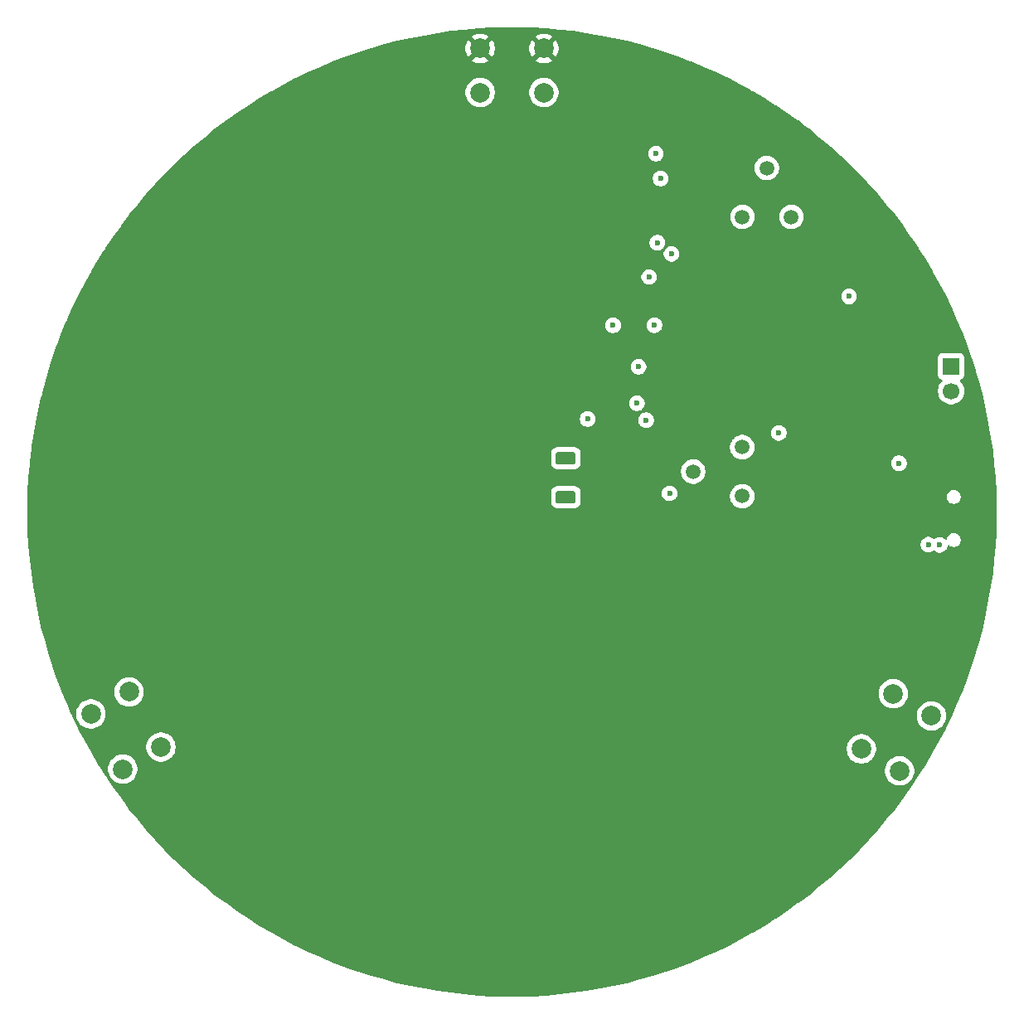
<source format=gbr>
%TF.GenerationSoftware,KiCad,Pcbnew,9.0.0*%
%TF.CreationDate,2025-05-12T20:37:00-03:00*%
%TF.ProjectId,kicad proyecto,6b696361-6420-4707-926f-796563746f2e,rev?*%
%TF.SameCoordinates,Original*%
%TF.FileFunction,Copper,L2,Inr*%
%TF.FilePolarity,Positive*%
%FSLAX46Y46*%
G04 Gerber Fmt 4.6, Leading zero omitted, Abs format (unit mm)*
G04 Created by KiCad (PCBNEW 9.0.0) date 2025-05-12 20:37:00*
%MOMM*%
%LPD*%
G01*
G04 APERTURE LIST*
G04 Aperture macros list*
%AMRoundRect*
0 Rectangle with rounded corners*
0 $1 Rounding radius*
0 $2 $3 $4 $5 $6 $7 $8 $9 X,Y pos of 4 corners*
0 Add a 4 corners polygon primitive as box body*
4,1,4,$2,$3,$4,$5,$6,$7,$8,$9,$2,$3,0*
0 Add four circle primitives for the rounded corners*
1,1,$1+$1,$2,$3*
1,1,$1+$1,$4,$5*
1,1,$1+$1,$6,$7*
1,1,$1+$1,$8,$9*
0 Add four rect primitives between the rounded corners*
20,1,$1+$1,$2,$3,$4,$5,0*
20,1,$1+$1,$4,$5,$6,$7,0*
20,1,$1+$1,$6,$7,$8,$9,0*
20,1,$1+$1,$8,$9,$2,$3,0*%
G04 Aperture macros list end*
%TA.AperFunction,ComponentPad*%
%ADD10C,2.000000*%
%TD*%
%TA.AperFunction,ComponentPad*%
%ADD11RoundRect,0.190500X-0.809500X-0.444500X0.809500X-0.444500X0.809500X0.444500X-0.809500X0.444500X0*%
%TD*%
%TA.AperFunction,ComponentPad*%
%ADD12C,1.498600*%
%TD*%
%TA.AperFunction,ComponentPad*%
%ADD13R,1.700000X1.700000*%
%TD*%
%TA.AperFunction,ComponentPad*%
%ADD14C,1.700000*%
%TD*%
%TA.AperFunction,ViaPad*%
%ADD15C,0.600000*%
%TD*%
G04 APERTURE END LIST*
D10*
%TO.N,GND*%
%TO.C,SW2*%
X141750000Y-57668600D03*
X148250000Y-57668600D03*
%TO.N,RESET*%
X141750000Y-62168600D03*
X148250000Y-62168600D03*
%TD*%
D11*
%TO.N,Net-(BZ1--)*%
%TO.C,BZ1*%
X150500000Y-99500000D03*
%TO.N,+5V*%
X150500000Y-103500000D03*
%TD*%
D10*
%TO.N,+5V*%
%TO.C,SW3*%
X187823557Y-125810418D03*
X184573557Y-131439583D03*
%TO.N,Net-(SW1-B)*%
X183926443Y-123560418D03*
X180676443Y-129189583D03*
%TD*%
D12*
%TO.N,+5V*%
%TO.C,50k1*%
X168503600Y-103378000D03*
X163503600Y-100878000D03*
%TO.N,Net-(U2-DIS)*%
X168503600Y-98378010D03*
%TD*%
%TO.N,+5V*%
%TO.C,10k1*%
X168518200Y-74875400D03*
X171018200Y-69875400D03*
%TO.N,Net-(U1-DIS)*%
X173518190Y-74875400D03*
%TD*%
D10*
%TO.N,+5V*%
%TO.C,SW1*%
X105250000Y-131250000D03*
X102000000Y-125620835D03*
%TO.N,Net-(SW1-B)*%
X109147114Y-129000000D03*
X105897114Y-123370835D03*
%TD*%
D13*
%TO.N,Net-(J2-Pin_1)*%
%TO.C,J2*%
X189839600Y-90119200D03*
D14*
%TO.N,Net-(J2-Pin_2)*%
X189839599Y-92659199D03*
%TD*%
D15*
%TO.N,GND*%
X144780000Y-76200000D03*
X158750000Y-63500000D03*
X187960000Y-86360000D03*
X172720000Y-93980000D03*
X154940000Y-106680000D03*
X152400000Y-63500000D03*
X165100000Y-63500000D03*
X177800000Y-76200000D03*
X165100000Y-76200000D03*
X177800000Y-88900000D03*
X190500000Y-101600000D03*
X177800000Y-101600000D03*
X177800000Y-127000000D03*
X190500000Y-114300000D03*
X177800000Y-114300000D03*
X165100000Y-114300000D03*
X127000000Y-101600000D03*
X152400000Y-114300000D03*
%TO.N,+5V*%
X188671200Y-108356400D03*
X187510000Y-108338200D03*
X160172400Y-70942200D03*
X157750000Y-93903800D03*
X159530802Y-85921602D03*
X172237400Y-96926400D03*
X184505602Y-100025202D03*
X155321000Y-85928200D03*
X179414893Y-82986042D03*
X152730200Y-95504000D03*
X159689800Y-68402200D03*
X158699200Y-95631000D03*
%TO.N,Net-(BZ1--)*%
X161086800Y-103098600D03*
%TO.N,GND*%
X149675000Y-86000000D03*
X155067000Y-94437200D03*
X165912800Y-107595000D03*
X156159200Y-96443800D03*
X127000000Y-88900000D03*
X127000000Y-114300000D03*
X188518800Y-103124000D03*
X114300000Y-127000000D03*
X127000000Y-76200000D03*
X139700000Y-152400000D03*
X139700000Y-63500000D03*
X157099000Y-67233800D03*
X101600000Y-101600000D03*
X152400000Y-139700000D03*
X165100000Y-139700000D03*
X114300000Y-88900000D03*
X114300000Y-139700000D03*
X139700000Y-114300000D03*
X139700000Y-76200000D03*
X168325800Y-82118200D03*
X139700000Y-127000000D03*
X127000000Y-139700000D03*
X181610000Y-85877400D03*
X114300000Y-101600000D03*
X187553600Y-103098600D03*
X172313600Y-95910400D03*
X173939200Y-110083600D03*
X183870600Y-97688400D03*
X152400000Y-152400000D03*
X167614600Y-104978200D03*
X101600000Y-114300000D03*
X152400000Y-127000000D03*
X167030400Y-87503000D03*
X153517600Y-81051400D03*
X139700000Y-101600000D03*
X114300000Y-76200000D03*
X155016200Y-82346800D03*
X114300000Y-114300000D03*
X101600000Y-88900000D03*
X181127400Y-102173200D03*
X173939200Y-111556800D03*
X162941000Y-107670600D03*
X183845200Y-96926400D03*
X139700000Y-139700000D03*
X165100000Y-127000000D03*
X184556400Y-103352600D03*
X180517800Y-82981800D03*
X139700000Y-88900000D03*
X145000000Y-57668600D03*
X181000400Y-100228400D03*
X127000000Y-63500000D03*
X171526200Y-81178400D03*
X152400000Y-114300000D03*
X176682400Y-99568000D03*
%TO.N,Net-(U6-Q0)*%
X161290000Y-78638400D03*
X159000000Y-81000000D03*
%TO.N,RESET*%
X157917213Y-90174999D03*
X159842200Y-77500000D03*
%TD*%
%TA.AperFunction,Conductor*%
%TO.N,GND*%
G36*
X145695952Y-55505417D02*
G01*
X147080386Y-55544260D01*
X147083735Y-55544401D01*
X148466583Y-55622060D01*
X148470036Y-55622303D01*
X149850124Y-55738712D01*
X149853470Y-55739042D01*
X151193980Y-55890080D01*
X151229760Y-55894112D01*
X151233213Y-55894550D01*
X152604545Y-56088150D01*
X152607935Y-56088677D01*
X153973367Y-56320673D01*
X153976768Y-56321301D01*
X155335101Y-56591490D01*
X155338440Y-56592203D01*
X156688689Y-56900388D01*
X156692063Y-56901207D01*
X158033165Y-57247149D01*
X158036411Y-57248035D01*
X159367349Y-57631472D01*
X159370558Y-57632445D01*
X160690146Y-58053035D01*
X160693377Y-58054115D01*
X162000664Y-58511555D01*
X162003928Y-58512749D01*
X163153379Y-58951518D01*
X163297789Y-59006642D01*
X163301021Y-59007928D01*
X164580537Y-59537921D01*
X164583731Y-59539297D01*
X165847879Y-60104966D01*
X165851003Y-60106417D01*
X166523320Y-60430188D01*
X167098812Y-60707330D01*
X167101924Y-60708883D01*
X168332385Y-61344554D01*
X168335379Y-61346153D01*
X169187730Y-61817232D01*
X169547556Y-62016101D01*
X169550576Y-62017826D01*
X170743427Y-62721471D01*
X170746398Y-62723280D01*
X171115231Y-62955033D01*
X171906058Y-63451942D01*
X171919066Y-63460115D01*
X171921975Y-63462000D01*
X173073523Y-64231441D01*
X173076343Y-64233383D01*
X174205920Y-65034859D01*
X174208668Y-65036869D01*
X174904624Y-65560630D01*
X175315241Y-65869651D01*
X175317991Y-65871781D01*
X176400790Y-66735285D01*
X176403478Y-66737491D01*
X177461613Y-67631006D01*
X177464239Y-67633287D01*
X177530841Y-67692806D01*
X178236426Y-68323355D01*
X178496909Y-68556136D01*
X178499465Y-68558485D01*
X178581126Y-68635689D01*
X179505866Y-69509954D01*
X179508359Y-69512379D01*
X180487620Y-70491640D01*
X180490045Y-70494133D01*
X181272137Y-71321379D01*
X181441509Y-71500529D01*
X181443863Y-71503090D01*
X182366712Y-72535760D01*
X182368993Y-72538386D01*
X183262508Y-73596521D01*
X183264714Y-73599209D01*
X184128218Y-74682008D01*
X184130348Y-74684758D01*
X184634876Y-75355157D01*
X184886562Y-75689590D01*
X184963108Y-75791301D01*
X184965148Y-75794092D01*
X185629397Y-76730263D01*
X185766601Y-76923634D01*
X185768568Y-76926491D01*
X186153282Y-77502256D01*
X186537992Y-78078014D01*
X186539884Y-78080933D01*
X187276719Y-79253601D01*
X187278528Y-79256572D01*
X187982173Y-80449423D01*
X187983898Y-80452443D01*
X188653826Y-81664584D01*
X188655465Y-81667651D01*
X189291116Y-82898075D01*
X189292669Y-82901187D01*
X189893575Y-84148981D01*
X189895040Y-84152136D01*
X190460702Y-85416268D01*
X190462078Y-85419462D01*
X190992071Y-86698978D01*
X190993357Y-86702210D01*
X191487249Y-87996069D01*
X191488444Y-87999335D01*
X191945873Y-89306589D01*
X191946975Y-89309888D01*
X191996607Y-89465608D01*
X192343567Y-90554184D01*
X192367535Y-90629381D01*
X192368541Y-90632695D01*
X192698905Y-91779414D01*
X192751949Y-91963533D01*
X192752865Y-91966889D01*
X193098790Y-93307931D01*
X193099611Y-93311310D01*
X193407789Y-94661528D01*
X193408515Y-94664930D01*
X193678696Y-96023222D01*
X193679327Y-96026642D01*
X193911318Y-97392041D01*
X193911852Y-97395478D01*
X194105449Y-98766789D01*
X194105887Y-98770239D01*
X194260951Y-100146471D01*
X194261292Y-100149933D01*
X194377695Y-101529955D01*
X194377939Y-101533424D01*
X194455595Y-102916202D01*
X194455741Y-102919677D01*
X194494583Y-104304047D01*
X194494632Y-104307525D01*
X194494632Y-105692474D01*
X194494583Y-105695952D01*
X194455741Y-107080322D01*
X194455595Y-107083797D01*
X194377939Y-108466575D01*
X194377695Y-108470044D01*
X194261292Y-109850066D01*
X194260951Y-109853528D01*
X194105887Y-111229760D01*
X194105449Y-111233210D01*
X193911852Y-112604521D01*
X193911318Y-112607958D01*
X193679327Y-113973357D01*
X193678696Y-113976777D01*
X193408515Y-115335069D01*
X193407789Y-115338471D01*
X193099611Y-116688689D01*
X193098790Y-116692068D01*
X192752865Y-118033110D01*
X192751949Y-118036466D01*
X192368545Y-119367290D01*
X192367535Y-119370618D01*
X191946975Y-120690111D01*
X191945873Y-120693410D01*
X191488444Y-122000664D01*
X191487249Y-122003930D01*
X190993357Y-123297789D01*
X190992071Y-123301021D01*
X190462078Y-124580537D01*
X190460702Y-124583731D01*
X189895040Y-125847863D01*
X189893575Y-125851018D01*
X189292669Y-127098812D01*
X189291116Y-127101924D01*
X188655465Y-128332348D01*
X188653826Y-128335415D01*
X187983898Y-129547556D01*
X187982173Y-129550576D01*
X187278528Y-130743427D01*
X187276719Y-130746398D01*
X186539884Y-131919066D01*
X186537992Y-131921985D01*
X185768573Y-133073501D01*
X185766601Y-133076365D01*
X184965161Y-134205890D01*
X184963108Y-134208698D01*
X184130348Y-135315241D01*
X184128218Y-135317991D01*
X183264714Y-136400790D01*
X183262508Y-136403478D01*
X182368993Y-137461613D01*
X182366712Y-137464239D01*
X181443863Y-138496909D01*
X181441509Y-138499470D01*
X180490045Y-139505866D01*
X180487620Y-139508359D01*
X179508359Y-140487620D01*
X179505866Y-140490045D01*
X178499470Y-141441509D01*
X178496909Y-141443863D01*
X177464239Y-142366712D01*
X177461613Y-142368993D01*
X176403478Y-143262508D01*
X176400790Y-143264714D01*
X175317991Y-144128218D01*
X175315241Y-144130348D01*
X174208698Y-144963108D01*
X174205890Y-144965161D01*
X173076365Y-145766601D01*
X173073501Y-145768573D01*
X171921985Y-146537992D01*
X171919066Y-146539884D01*
X170746398Y-147276719D01*
X170743427Y-147278528D01*
X169550576Y-147982173D01*
X169547556Y-147983898D01*
X168335415Y-148653826D01*
X168332348Y-148655465D01*
X167101924Y-149291116D01*
X167098812Y-149292669D01*
X165851018Y-149893575D01*
X165847863Y-149895040D01*
X164583731Y-150460702D01*
X164580537Y-150462078D01*
X163301021Y-150992071D01*
X163297789Y-150993357D01*
X162003930Y-151487249D01*
X162000664Y-151488444D01*
X160693410Y-151945873D01*
X160690111Y-151946975D01*
X159370618Y-152367535D01*
X159367290Y-152368545D01*
X158036466Y-152751949D01*
X158033110Y-152752865D01*
X156692068Y-153098790D01*
X156688689Y-153099611D01*
X155338471Y-153407789D01*
X155335069Y-153408515D01*
X153976777Y-153678696D01*
X153973357Y-153679327D01*
X152607958Y-153911318D01*
X152604521Y-153911852D01*
X151233210Y-154105449D01*
X151229760Y-154105887D01*
X149853528Y-154260951D01*
X149850066Y-154261292D01*
X148470044Y-154377695D01*
X148466575Y-154377939D01*
X147083797Y-154455595D01*
X147080322Y-154455741D01*
X145695952Y-154494583D01*
X145692474Y-154494632D01*
X144307526Y-154494632D01*
X144304048Y-154494583D01*
X142919677Y-154455741D01*
X142916202Y-154455595D01*
X141533424Y-154377939D01*
X141529955Y-154377695D01*
X140149933Y-154261292D01*
X140146471Y-154260951D01*
X138770239Y-154105887D01*
X138766789Y-154105449D01*
X137395478Y-153911852D01*
X137392041Y-153911318D01*
X136026642Y-153679327D01*
X136023222Y-153678696D01*
X134664930Y-153408515D01*
X134661528Y-153407789D01*
X133311310Y-153099611D01*
X133307931Y-153098790D01*
X131966889Y-152752865D01*
X131963533Y-152751949D01*
X130632695Y-152368541D01*
X130629396Y-152367539D01*
X129309888Y-151946975D01*
X129306589Y-151945873D01*
X127999335Y-151488444D01*
X127996069Y-151487249D01*
X126702210Y-150993357D01*
X126698978Y-150992071D01*
X125419462Y-150462078D01*
X125416268Y-150460702D01*
X124152136Y-149895040D01*
X124148981Y-149893575D01*
X122901187Y-149292669D01*
X122898075Y-149291116D01*
X121667651Y-148655465D01*
X121664584Y-148653826D01*
X120452443Y-147983898D01*
X120449423Y-147982173D01*
X119256572Y-147278528D01*
X119253601Y-147276719D01*
X118080933Y-146539884D01*
X118078014Y-146537992D01*
X116926498Y-145768573D01*
X116923634Y-145766601D01*
X115794092Y-144965148D01*
X115791318Y-144963120D01*
X115369272Y-144645498D01*
X114684758Y-144130348D01*
X114682008Y-144128218D01*
X113599209Y-143264714D01*
X113596521Y-143262508D01*
X112538386Y-142368993D01*
X112535760Y-142366712D01*
X111503090Y-141443863D01*
X111500529Y-141441509D01*
X110494133Y-140490045D01*
X110491640Y-140487620D01*
X109512379Y-139508359D01*
X109509954Y-139505866D01*
X108558490Y-138499470D01*
X108556136Y-138496909D01*
X107633287Y-137464239D01*
X107631006Y-137461613D01*
X106737491Y-136403478D01*
X106735285Y-136400790D01*
X105871781Y-135317991D01*
X105869651Y-135315241D01*
X105482541Y-134800863D01*
X105036869Y-134208668D01*
X105034859Y-134205920D01*
X104233383Y-133076343D01*
X104231426Y-133073501D01*
X104068823Y-132830149D01*
X103462000Y-131921975D01*
X103460115Y-131919066D01*
X103401635Y-131825996D01*
X102965508Y-131131902D01*
X103749500Y-131131902D01*
X103749500Y-131368097D01*
X103786446Y-131601368D01*
X103859433Y-131825996D01*
X103956029Y-132015575D01*
X103966657Y-132036433D01*
X104105483Y-132227510D01*
X104272490Y-132394517D01*
X104463567Y-132533343D01*
X104562991Y-132584002D01*
X104674003Y-132640566D01*
X104674005Y-132640566D01*
X104674008Y-132640568D01*
X104794412Y-132679689D01*
X104898631Y-132713553D01*
X105131903Y-132750500D01*
X105131908Y-132750500D01*
X105368097Y-132750500D01*
X105601368Y-132713553D01*
X105825992Y-132640568D01*
X106036433Y-132533343D01*
X106227510Y-132394517D01*
X106394517Y-132227510D01*
X106533343Y-132036433D01*
X106640568Y-131825992D01*
X106713553Y-131601368D01*
X106750500Y-131368097D01*
X106750500Y-131321485D01*
X183073057Y-131321485D01*
X183073057Y-131557680D01*
X183110003Y-131790951D01*
X183182990Y-132015579D01*
X183290214Y-132226016D01*
X183429040Y-132417093D01*
X183596047Y-132584100D01*
X183787124Y-132722926D01*
X183841241Y-132750500D01*
X183997560Y-132830149D01*
X183997562Y-132830149D01*
X183997565Y-132830151D01*
X184117969Y-132869272D01*
X184222188Y-132903136D01*
X184455460Y-132940083D01*
X184455465Y-132940083D01*
X184691654Y-132940083D01*
X184924925Y-132903136D01*
X185149549Y-132830151D01*
X185359990Y-132722926D01*
X185551067Y-132584100D01*
X185718074Y-132417093D01*
X185856900Y-132226016D01*
X185964125Y-132015575D01*
X186037110Y-131790951D01*
X186067137Y-131601368D01*
X186074057Y-131557680D01*
X186074057Y-131321485D01*
X186037110Y-131088214D01*
X186003246Y-130983995D01*
X185964125Y-130863591D01*
X185964123Y-130863588D01*
X185964123Y-130863586D01*
X185875718Y-130690083D01*
X185856900Y-130653150D01*
X185718074Y-130462073D01*
X185551067Y-130295066D01*
X185359990Y-130156240D01*
X185149553Y-130049016D01*
X184924925Y-129976029D01*
X184691654Y-129939083D01*
X184691649Y-129939083D01*
X184455465Y-129939083D01*
X184455460Y-129939083D01*
X184222188Y-129976029D01*
X183997560Y-130049016D01*
X183787123Y-130156240D01*
X183772183Y-130167095D01*
X183596047Y-130295066D01*
X183596045Y-130295068D01*
X183596044Y-130295068D01*
X183429042Y-130462070D01*
X183429042Y-130462071D01*
X183429040Y-130462073D01*
X183427955Y-130463567D01*
X183290214Y-130653149D01*
X183182990Y-130863586D01*
X183110003Y-131088214D01*
X183073057Y-131321485D01*
X106750500Y-131321485D01*
X106750500Y-131131902D01*
X106713553Y-130898631D01*
X106640566Y-130674003D01*
X106552161Y-130500500D01*
X106533343Y-130463567D01*
X106394517Y-130272490D01*
X106227510Y-130105483D01*
X106036433Y-129966657D01*
X105982316Y-129939083D01*
X105825996Y-129859433D01*
X105601368Y-129786446D01*
X105368097Y-129749500D01*
X105368092Y-129749500D01*
X105131908Y-129749500D01*
X105131903Y-129749500D01*
X104898631Y-129786446D01*
X104674003Y-129859433D01*
X104463566Y-129966657D01*
X104448626Y-129977512D01*
X104272490Y-130105483D01*
X104272488Y-130105485D01*
X104272487Y-130105485D01*
X104105485Y-130272487D01*
X104105485Y-130272488D01*
X104105483Y-130272490D01*
X104097599Y-130283342D01*
X103966657Y-130463566D01*
X103859433Y-130674003D01*
X103786446Y-130898631D01*
X103749500Y-131131902D01*
X102965508Y-131131902D01*
X102723280Y-130746398D01*
X102721471Y-130743427D01*
X102017826Y-129550576D01*
X102016101Y-129547556D01*
X102012451Y-129540951D01*
X101648206Y-128881902D01*
X107646614Y-128881902D01*
X107646614Y-129118097D01*
X107683560Y-129351368D01*
X107756547Y-129575996D01*
X107844953Y-129749500D01*
X107863771Y-129786433D01*
X108002597Y-129977510D01*
X108169604Y-130144517D01*
X108360681Y-130283343D01*
X108383689Y-130295066D01*
X108571117Y-130390566D01*
X108571119Y-130390566D01*
X108571122Y-130390568D01*
X108691526Y-130429689D01*
X108795745Y-130463553D01*
X109029017Y-130500500D01*
X109029022Y-130500500D01*
X109265211Y-130500500D01*
X109498482Y-130463553D01*
X109503046Y-130462070D01*
X109723106Y-130390568D01*
X109933547Y-130283343D01*
X110124624Y-130144517D01*
X110291631Y-129977510D01*
X110430457Y-129786433D01*
X110537682Y-129575992D01*
X110610667Y-129351368D01*
X110647614Y-129118097D01*
X110647614Y-129071485D01*
X179175943Y-129071485D01*
X179175943Y-129307680D01*
X179212889Y-129540951D01*
X179285876Y-129765579D01*
X179374282Y-129939083D01*
X179393100Y-129976016D01*
X179531926Y-130167093D01*
X179698933Y-130334100D01*
X179890010Y-130472926D01*
X179944127Y-130500500D01*
X180100446Y-130580149D01*
X180100448Y-130580149D01*
X180100451Y-130580151D01*
X180220855Y-130619272D01*
X180325074Y-130653136D01*
X180558346Y-130690083D01*
X180558351Y-130690083D01*
X180794540Y-130690083D01*
X181027811Y-130653136D01*
X181252435Y-130580151D01*
X181462876Y-130472926D01*
X181653953Y-130334100D01*
X181820960Y-130167093D01*
X181959786Y-129976016D01*
X182067011Y-129765575D01*
X182139996Y-129540951D01*
X182170023Y-129351368D01*
X182176943Y-129307680D01*
X182176943Y-129071485D01*
X182139996Y-128838214D01*
X182106132Y-128733995D01*
X182067011Y-128613591D01*
X182067009Y-128613588D01*
X182067009Y-128613586D01*
X182010445Y-128502574D01*
X181959786Y-128403150D01*
X181820960Y-128212073D01*
X181653953Y-128045066D01*
X181462876Y-127906240D01*
X181252439Y-127799016D01*
X181027811Y-127726029D01*
X180794540Y-127689083D01*
X180794535Y-127689083D01*
X180558351Y-127689083D01*
X180558346Y-127689083D01*
X180325074Y-127726029D01*
X180100446Y-127799016D01*
X179890009Y-127906240D01*
X179780993Y-127985445D01*
X179698933Y-128045066D01*
X179698931Y-128045068D01*
X179698930Y-128045068D01*
X179531928Y-128212070D01*
X179531928Y-128212071D01*
X179531926Y-128212073D01*
X179530841Y-128213567D01*
X179393100Y-128403149D01*
X179285876Y-128613586D01*
X179212889Y-128838214D01*
X179175943Y-129071485D01*
X110647614Y-129071485D01*
X110647614Y-128881902D01*
X110610667Y-128648631D01*
X110537680Y-128424003D01*
X110430456Y-128213566D01*
X110291631Y-128022490D01*
X110124624Y-127855483D01*
X109933547Y-127716657D01*
X109879430Y-127689083D01*
X109723110Y-127609433D01*
X109498482Y-127536446D01*
X109265211Y-127499500D01*
X109265206Y-127499500D01*
X109029022Y-127499500D01*
X109029017Y-127499500D01*
X108795745Y-127536446D01*
X108571117Y-127609433D01*
X108360680Y-127716657D01*
X108251664Y-127795862D01*
X108169604Y-127855483D01*
X108169602Y-127855485D01*
X108169601Y-127855485D01*
X108002599Y-128022487D01*
X108002599Y-128022488D01*
X108002597Y-128022490D01*
X107986195Y-128045066D01*
X107863771Y-128213566D01*
X107756547Y-128424003D01*
X107683560Y-128648631D01*
X107646614Y-128881902D01*
X101648206Y-128881902D01*
X101346153Y-128335379D01*
X101344554Y-128332385D01*
X100797764Y-127273971D01*
X100708883Y-127101924D01*
X100707330Y-127098812D01*
X100106424Y-125851018D01*
X100104959Y-125847863D01*
X100056213Y-125738927D01*
X99950525Y-125502737D01*
X100499500Y-125502737D01*
X100499500Y-125738932D01*
X100536446Y-125972203D01*
X100609433Y-126196831D01*
X100648334Y-126273177D01*
X100716657Y-126407268D01*
X100855483Y-126598345D01*
X101022490Y-126765352D01*
X101213567Y-126904178D01*
X101312991Y-126954837D01*
X101424003Y-127011401D01*
X101424005Y-127011401D01*
X101424008Y-127011403D01*
X101544412Y-127050524D01*
X101648631Y-127084388D01*
X101881903Y-127121335D01*
X101881908Y-127121335D01*
X102118097Y-127121335D01*
X102351368Y-127084388D01*
X102575992Y-127011403D01*
X102786433Y-126904178D01*
X102977510Y-126765352D01*
X103144517Y-126598345D01*
X103283343Y-126407268D01*
X103390568Y-126196827D01*
X103463553Y-125972203D01*
X103500500Y-125738932D01*
X103500500Y-125692320D01*
X186323057Y-125692320D01*
X186323057Y-125928515D01*
X186360003Y-126161786D01*
X186432990Y-126386414D01*
X186540214Y-126596851D01*
X186679040Y-126787928D01*
X186846047Y-126954935D01*
X187037124Y-127093761D01*
X187091241Y-127121335D01*
X187247560Y-127200984D01*
X187247562Y-127200984D01*
X187247565Y-127200986D01*
X187367969Y-127240107D01*
X187472188Y-127273971D01*
X187705460Y-127310918D01*
X187705465Y-127310918D01*
X187941654Y-127310918D01*
X188174925Y-127273971D01*
X188399549Y-127200986D01*
X188609990Y-127093761D01*
X188801067Y-126954935D01*
X188968074Y-126787928D01*
X189106900Y-126596851D01*
X189214125Y-126386410D01*
X189287110Y-126161786D01*
X189317137Y-125972203D01*
X189324057Y-125928515D01*
X189324057Y-125692320D01*
X189287110Y-125459049D01*
X189253246Y-125354830D01*
X189214125Y-125234426D01*
X189214123Y-125234423D01*
X189214123Y-125234421D01*
X189125718Y-125060918D01*
X189106900Y-125023985D01*
X188968074Y-124832908D01*
X188801067Y-124665901D01*
X188609990Y-124527075D01*
X188399553Y-124419851D01*
X188174925Y-124346864D01*
X187941654Y-124309918D01*
X187941649Y-124309918D01*
X187705465Y-124309918D01*
X187705460Y-124309918D01*
X187472188Y-124346864D01*
X187247560Y-124419851D01*
X187037123Y-124527075D01*
X186959144Y-124583731D01*
X186846047Y-124665901D01*
X186846045Y-124665903D01*
X186846044Y-124665903D01*
X186679042Y-124832905D01*
X186679042Y-124832906D01*
X186679040Y-124832908D01*
X186677955Y-124834402D01*
X186540214Y-125023984D01*
X186432990Y-125234421D01*
X186360003Y-125459049D01*
X186323057Y-125692320D01*
X103500500Y-125692320D01*
X103500500Y-125502737D01*
X103463553Y-125269466D01*
X103390566Y-125044838D01*
X103302161Y-124871335D01*
X103283343Y-124834402D01*
X103144517Y-124643325D01*
X102977510Y-124476318D01*
X102786433Y-124337492D01*
X102732316Y-124309918D01*
X102575996Y-124230268D01*
X102351368Y-124157281D01*
X102118097Y-124120335D01*
X102118092Y-124120335D01*
X101881908Y-124120335D01*
X101881903Y-124120335D01*
X101648631Y-124157281D01*
X101424003Y-124230268D01*
X101213566Y-124337492D01*
X101198626Y-124348347D01*
X101022490Y-124476318D01*
X101022488Y-124476320D01*
X101022487Y-124476320D01*
X100855485Y-124643322D01*
X100855485Y-124643323D01*
X100855483Y-124643325D01*
X100847599Y-124654177D01*
X100716657Y-124834401D01*
X100609433Y-125044838D01*
X100536446Y-125269466D01*
X100499500Y-125502737D01*
X99950525Y-125502737D01*
X99736297Y-125023984D01*
X99539297Y-124583731D01*
X99537921Y-124580537D01*
X99007928Y-123301021D01*
X99006644Y-123297795D01*
X99006642Y-123297789D01*
X98989445Y-123252737D01*
X104396614Y-123252737D01*
X104396614Y-123488932D01*
X104433560Y-123722203D01*
X104506547Y-123946831D01*
X104594953Y-124120335D01*
X104613771Y-124157268D01*
X104752597Y-124348345D01*
X104919604Y-124515352D01*
X105110681Y-124654178D01*
X105133689Y-124665901D01*
X105321117Y-124761401D01*
X105321119Y-124761401D01*
X105321122Y-124761403D01*
X105441526Y-124800524D01*
X105545745Y-124834388D01*
X105779017Y-124871335D01*
X105779022Y-124871335D01*
X106015211Y-124871335D01*
X106248482Y-124834388D01*
X106253046Y-124832905D01*
X106473106Y-124761403D01*
X106683547Y-124654178D01*
X106874624Y-124515352D01*
X107041631Y-124348345D01*
X107180457Y-124157268D01*
X107287682Y-123946827D01*
X107360667Y-123722203D01*
X107397614Y-123488932D01*
X107397614Y-123442320D01*
X182425943Y-123442320D01*
X182425943Y-123678515D01*
X182462889Y-123911786D01*
X182535876Y-124136414D01*
X182624282Y-124309918D01*
X182643100Y-124346851D01*
X182781926Y-124537928D01*
X182948933Y-124704935D01*
X183140010Y-124843761D01*
X183194127Y-124871335D01*
X183350446Y-124950984D01*
X183350448Y-124950984D01*
X183350451Y-124950986D01*
X183440061Y-124980102D01*
X183575074Y-125023971D01*
X183808346Y-125060918D01*
X183808351Y-125060918D01*
X184044540Y-125060918D01*
X184277811Y-125023971D01*
X184502435Y-124950986D01*
X184712876Y-124843761D01*
X184903953Y-124704935D01*
X185070960Y-124537928D01*
X185209786Y-124346851D01*
X185317011Y-124136410D01*
X185389996Y-123911786D01*
X185420023Y-123722203D01*
X185426943Y-123678515D01*
X185426943Y-123442320D01*
X185389996Y-123209049D01*
X185356132Y-123104830D01*
X185317011Y-122984426D01*
X185317009Y-122984423D01*
X185317009Y-122984421D01*
X185260445Y-122873409D01*
X185209786Y-122773985D01*
X185070960Y-122582908D01*
X184903953Y-122415901D01*
X184712876Y-122277075D01*
X184502439Y-122169851D01*
X184277811Y-122096864D01*
X184044540Y-122059918D01*
X184044535Y-122059918D01*
X183808351Y-122059918D01*
X183808346Y-122059918D01*
X183575074Y-122096864D01*
X183350446Y-122169851D01*
X183140009Y-122277075D01*
X183042633Y-122347824D01*
X182948933Y-122415901D01*
X182948931Y-122415903D01*
X182948930Y-122415903D01*
X182781928Y-122582905D01*
X182781928Y-122582906D01*
X182781926Y-122582908D01*
X182780841Y-122584402D01*
X182643100Y-122773984D01*
X182535876Y-122984421D01*
X182462889Y-123209049D01*
X182425943Y-123442320D01*
X107397614Y-123442320D01*
X107397614Y-123252737D01*
X107360667Y-123019466D01*
X107287680Y-122794838D01*
X107180456Y-122584401D01*
X107041631Y-122393325D01*
X106874624Y-122226318D01*
X106683547Y-122087492D01*
X106629430Y-122059918D01*
X106473110Y-121980268D01*
X106248482Y-121907281D01*
X106015211Y-121870335D01*
X106015206Y-121870335D01*
X105779022Y-121870335D01*
X105779017Y-121870335D01*
X105545745Y-121907281D01*
X105321117Y-121980268D01*
X105110680Y-122087492D01*
X105001664Y-122166697D01*
X104919604Y-122226318D01*
X104919602Y-122226320D01*
X104919601Y-122226320D01*
X104752599Y-122393322D01*
X104752599Y-122393323D01*
X104752597Y-122393325D01*
X104736195Y-122415901D01*
X104613771Y-122584401D01*
X104506547Y-122794838D01*
X104433560Y-123019466D01*
X104396614Y-123252737D01*
X98989445Y-123252737D01*
X98512749Y-122003928D01*
X98511555Y-122000664D01*
X98165148Y-121010692D01*
X98054115Y-120693377D01*
X98053035Y-120690146D01*
X97632445Y-119370558D01*
X97631472Y-119367349D01*
X97248035Y-118036411D01*
X97247149Y-118033165D01*
X96901207Y-116692063D01*
X96900388Y-116688689D01*
X96592210Y-115338471D01*
X96591484Y-115335069D01*
X96321303Y-113976777D01*
X96320672Y-113973357D01*
X96088681Y-112607958D01*
X96088147Y-112604521D01*
X95894550Y-111233210D01*
X95894112Y-111229760D01*
X95890080Y-111193980D01*
X95739042Y-109853470D01*
X95738712Y-109850124D01*
X95622303Y-108470036D01*
X95622060Y-108466575D01*
X95610423Y-108259353D01*
X186709500Y-108259353D01*
X186709500Y-108417046D01*
X186740261Y-108571689D01*
X186740264Y-108571701D01*
X186800602Y-108717372D01*
X186800609Y-108717385D01*
X186888210Y-108848488D01*
X186888213Y-108848492D01*
X186999707Y-108959986D01*
X186999711Y-108959989D01*
X187130814Y-109047590D01*
X187130827Y-109047597D01*
X187276498Y-109107935D01*
X187276503Y-109107937D01*
X187431153Y-109138699D01*
X187431156Y-109138700D01*
X187431158Y-109138700D01*
X187588844Y-109138700D01*
X187588845Y-109138699D01*
X187743497Y-109107937D01*
X187889179Y-109047594D01*
X188009114Y-108967455D01*
X188075788Y-108946579D01*
X188143168Y-108965063D01*
X188156670Y-108974708D01*
X188160915Y-108978192D01*
X188292014Y-109065790D01*
X188292027Y-109065797D01*
X188393766Y-109107938D01*
X188437703Y-109126137D01*
X188592353Y-109156899D01*
X188592356Y-109156900D01*
X188592358Y-109156900D01*
X188750044Y-109156900D01*
X188750045Y-109156899D01*
X188904697Y-109126137D01*
X189050379Y-109065794D01*
X189181489Y-108978189D01*
X189292989Y-108866689D01*
X189380594Y-108735579D01*
X189440937Y-108589897D01*
X189462889Y-108479536D01*
X189495272Y-108417629D01*
X189555988Y-108383055D01*
X189625757Y-108386794D01*
X189658171Y-108405060D01*
X189658393Y-108404730D01*
X189662745Y-108407637D01*
X189663171Y-108407878D01*
X189663451Y-108408107D01*
X189663458Y-108408114D01*
X189676820Y-108417042D01*
X189778182Y-108484771D01*
X189778195Y-108484778D01*
X189905667Y-108537578D01*
X189905672Y-108537580D01*
X189905676Y-108537580D01*
X189905677Y-108537581D01*
X190041004Y-108564500D01*
X190041007Y-108564500D01*
X190178995Y-108564500D01*
X190270041Y-108546389D01*
X190314328Y-108537580D01*
X190441811Y-108484775D01*
X190556542Y-108408114D01*
X190654114Y-108310542D01*
X190730775Y-108195811D01*
X190783580Y-108068328D01*
X190792389Y-108024041D01*
X190810500Y-107932995D01*
X190810500Y-107795004D01*
X190783581Y-107659677D01*
X190783580Y-107659676D01*
X190783580Y-107659672D01*
X190770793Y-107628802D01*
X190730778Y-107532195D01*
X190730771Y-107532182D01*
X190654114Y-107417458D01*
X190654111Y-107417454D01*
X190556545Y-107319888D01*
X190556541Y-107319885D01*
X190441817Y-107243228D01*
X190441804Y-107243221D01*
X190314332Y-107190421D01*
X190314322Y-107190418D01*
X190178995Y-107163500D01*
X190178993Y-107163500D01*
X190041007Y-107163500D01*
X190041005Y-107163500D01*
X189905677Y-107190418D01*
X189905667Y-107190421D01*
X189778195Y-107243221D01*
X189778182Y-107243228D01*
X189663458Y-107319885D01*
X189663454Y-107319888D01*
X189565888Y-107417454D01*
X189565885Y-107417458D01*
X189489228Y-107532182D01*
X189489221Y-107532195D01*
X189436421Y-107659667D01*
X189436418Y-107659677D01*
X189426949Y-107707283D01*
X189394564Y-107769194D01*
X189333848Y-107803768D01*
X189264078Y-107800028D01*
X189217651Y-107770772D01*
X189181492Y-107734613D01*
X189181488Y-107734610D01*
X189050385Y-107647009D01*
X189050372Y-107647002D01*
X188904701Y-107586664D01*
X188904689Y-107586661D01*
X188750045Y-107555900D01*
X188750042Y-107555900D01*
X188592358Y-107555900D01*
X188592355Y-107555900D01*
X188437710Y-107586661D01*
X188437698Y-107586664D01*
X188292027Y-107647002D01*
X188292014Y-107647009D01*
X188172088Y-107727142D01*
X188105410Y-107748020D01*
X188038030Y-107729535D01*
X188024530Y-107719892D01*
X188020284Y-107716407D01*
X187889185Y-107628809D01*
X187889172Y-107628802D01*
X187743501Y-107568464D01*
X187743489Y-107568461D01*
X187588845Y-107537700D01*
X187588842Y-107537700D01*
X187431158Y-107537700D01*
X187431155Y-107537700D01*
X187276510Y-107568461D01*
X187276498Y-107568464D01*
X187130827Y-107628802D01*
X187130814Y-107628809D01*
X186999711Y-107716410D01*
X186999707Y-107716413D01*
X186888213Y-107827907D01*
X186888210Y-107827911D01*
X186800609Y-107959014D01*
X186800602Y-107959027D01*
X186740264Y-108104698D01*
X186740261Y-108104710D01*
X186709500Y-108259353D01*
X95610423Y-108259353D01*
X95544401Y-107083735D01*
X95544260Y-107080386D01*
X95505417Y-105695952D01*
X95505368Y-105692474D01*
X95505368Y-104307525D01*
X95505417Y-104304047D01*
X95505764Y-104291686D01*
X95542014Y-102999655D01*
X148999500Y-102999655D01*
X148999500Y-104000354D01*
X149005825Y-104069966D01*
X149005828Y-104069977D01*
X149055747Y-104230175D01*
X149055749Y-104230179D01*
X149142556Y-104373777D01*
X149142560Y-104373782D01*
X149261217Y-104492439D01*
X149261222Y-104492443D01*
X149381815Y-104565343D01*
X149404822Y-104579251D01*
X149565029Y-104629173D01*
X149634653Y-104635500D01*
X151365346Y-104635499D01*
X151365353Y-104635499D01*
X151434966Y-104629174D01*
X151434969Y-104629173D01*
X151434971Y-104629173D01*
X151595178Y-104579251D01*
X151669089Y-104534570D01*
X151738777Y-104492443D01*
X151738778Y-104492441D01*
X151738783Y-104492439D01*
X151857439Y-104373783D01*
X151944251Y-104230178D01*
X151994173Y-104069971D01*
X152000500Y-104000347D01*
X152000499Y-103019753D01*
X160286300Y-103019753D01*
X160286300Y-103177446D01*
X160317061Y-103332089D01*
X160317064Y-103332101D01*
X160377402Y-103477772D01*
X160377409Y-103477785D01*
X160465010Y-103608888D01*
X160465013Y-103608892D01*
X160576507Y-103720386D01*
X160576511Y-103720389D01*
X160707614Y-103807990D01*
X160707627Y-103807997D01*
X160827760Y-103857757D01*
X160853303Y-103868337D01*
X161007953Y-103899099D01*
X161007956Y-103899100D01*
X161007958Y-103899100D01*
X161165644Y-103899100D01*
X161165645Y-103899099D01*
X161320297Y-103868337D01*
X161465979Y-103807994D01*
X161597089Y-103720389D01*
X161708589Y-103608889D01*
X161796194Y-103477779D01*
X161856537Y-103332097D01*
X161866973Y-103279633D01*
X167253800Y-103279633D01*
X167253800Y-103476366D01*
X167284573Y-103670662D01*
X167345366Y-103857761D01*
X167434675Y-104033038D01*
X167550306Y-104192190D01*
X167689410Y-104331294D01*
X167848562Y-104446925D01*
X167931374Y-104489120D01*
X168023838Y-104536233D01*
X168023840Y-104536233D01*
X168023843Y-104536235D01*
X168124130Y-104568820D01*
X168210937Y-104597026D01*
X168405234Y-104627800D01*
X168405239Y-104627800D01*
X168601966Y-104627800D01*
X168796262Y-104597026D01*
X168983357Y-104536235D01*
X169158638Y-104446925D01*
X169317790Y-104331294D01*
X169456894Y-104192190D01*
X169572525Y-104033038D01*
X169661835Y-103857757D01*
X169722626Y-103670662D01*
X169722997Y-103668322D01*
X169744431Y-103532995D01*
X189409499Y-103532995D01*
X189436418Y-103668322D01*
X189436421Y-103668332D01*
X189489221Y-103795804D01*
X189489228Y-103795817D01*
X189565885Y-103910541D01*
X189565888Y-103910545D01*
X189663454Y-104008111D01*
X189663458Y-104008114D01*
X189778182Y-104084771D01*
X189778195Y-104084778D01*
X189905667Y-104137578D01*
X189905672Y-104137580D01*
X189905676Y-104137580D01*
X189905677Y-104137581D01*
X190041004Y-104164500D01*
X190041007Y-104164500D01*
X190178995Y-104164500D01*
X190270041Y-104146389D01*
X190314328Y-104137580D01*
X190441811Y-104084775D01*
X190556542Y-104008114D01*
X190654114Y-103910542D01*
X190730775Y-103795811D01*
X190783580Y-103668328D01*
X190795403Y-103608889D01*
X190810500Y-103532995D01*
X190810500Y-103395004D01*
X190783581Y-103259677D01*
X190783580Y-103259676D01*
X190783580Y-103259672D01*
X190749521Y-103177446D01*
X190730778Y-103132195D01*
X190730771Y-103132182D01*
X190654114Y-103017458D01*
X190654111Y-103017454D01*
X190556545Y-102919888D01*
X190556541Y-102919885D01*
X190441817Y-102843228D01*
X190441804Y-102843221D01*
X190314332Y-102790421D01*
X190314322Y-102790418D01*
X190178995Y-102763500D01*
X190178993Y-102763500D01*
X190041007Y-102763500D01*
X190041005Y-102763500D01*
X189905677Y-102790418D01*
X189905667Y-102790421D01*
X189778195Y-102843221D01*
X189778182Y-102843228D01*
X189663458Y-102919885D01*
X189663454Y-102919888D01*
X189565888Y-103017454D01*
X189565885Y-103017458D01*
X189489228Y-103132182D01*
X189489221Y-103132195D01*
X189436421Y-103259667D01*
X189436418Y-103259677D01*
X189409500Y-103395004D01*
X189409500Y-103395007D01*
X189409500Y-103532993D01*
X189409500Y-103532995D01*
X189409499Y-103532995D01*
X169744431Y-103532995D01*
X169753400Y-103476366D01*
X169753400Y-103279633D01*
X169722626Y-103085337D01*
X169672163Y-102930029D01*
X169661835Y-102898243D01*
X169661833Y-102898240D01*
X169661833Y-102898238D01*
X169606897Y-102790421D01*
X169572525Y-102722962D01*
X169456894Y-102563810D01*
X169317790Y-102424706D01*
X169158638Y-102309075D01*
X168983361Y-102219766D01*
X168796262Y-102158973D01*
X168601966Y-102128200D01*
X168601961Y-102128200D01*
X168405239Y-102128200D01*
X168405234Y-102128200D01*
X168210937Y-102158973D01*
X168023838Y-102219766D01*
X167848561Y-102309075D01*
X167757759Y-102375047D01*
X167689410Y-102424706D01*
X167689408Y-102424708D01*
X167689407Y-102424708D01*
X167550308Y-102563807D01*
X167550308Y-102563808D01*
X167550306Y-102563810D01*
X167532508Y-102588307D01*
X167434675Y-102722961D01*
X167345366Y-102898238D01*
X167284573Y-103085337D01*
X167253800Y-103279633D01*
X161866973Y-103279633D01*
X161872753Y-103250576D01*
X161872753Y-103250575D01*
X161887300Y-103177444D01*
X161887300Y-103019755D01*
X161887299Y-103019753D01*
X161869452Y-102930032D01*
X161856537Y-102865103D01*
X161825602Y-102790418D01*
X161796197Y-102719427D01*
X161796190Y-102719414D01*
X161708589Y-102588311D01*
X161708586Y-102588307D01*
X161597092Y-102476813D01*
X161597088Y-102476810D01*
X161465985Y-102389209D01*
X161465972Y-102389202D01*
X161320301Y-102328864D01*
X161320289Y-102328861D01*
X161165645Y-102298100D01*
X161165642Y-102298100D01*
X161007958Y-102298100D01*
X161007955Y-102298100D01*
X160853310Y-102328861D01*
X160853298Y-102328864D01*
X160707627Y-102389202D01*
X160707614Y-102389209D01*
X160576511Y-102476810D01*
X160576507Y-102476813D01*
X160465013Y-102588307D01*
X160465010Y-102588311D01*
X160377409Y-102719414D01*
X160377402Y-102719427D01*
X160317064Y-102865098D01*
X160317061Y-102865110D01*
X160286300Y-103019753D01*
X152000499Y-103019753D01*
X152000499Y-102999654D01*
X152000499Y-102999653D01*
X152000499Y-102999645D01*
X151994174Y-102930033D01*
X151994171Y-102930022D01*
X151944252Y-102769824D01*
X151944250Y-102769820D01*
X151857443Y-102626222D01*
X151857439Y-102626217D01*
X151738782Y-102507560D01*
X151738777Y-102507556D01*
X151595180Y-102420750D01*
X151595179Y-102420749D01*
X151595178Y-102420749D01*
X151434971Y-102370827D01*
X151434969Y-102370826D01*
X151434967Y-102370826D01*
X151386221Y-102366396D01*
X151365347Y-102364500D01*
X151365344Y-102364500D01*
X149634645Y-102364500D01*
X149565033Y-102370825D01*
X149565022Y-102370828D01*
X149404824Y-102420747D01*
X149404820Y-102420749D01*
X149261222Y-102507556D01*
X149261217Y-102507560D01*
X149142560Y-102626217D01*
X149142556Y-102626222D01*
X149055750Y-102769819D01*
X149055750Y-102769820D01*
X149055749Y-102769822D01*
X149049330Y-102790421D01*
X149005826Y-102930032D01*
X149000764Y-102985736D01*
X149000072Y-102993365D01*
X148999500Y-102999655D01*
X95542014Y-102999655D01*
X95544260Y-102919613D01*
X95544401Y-102916267D01*
X95622060Y-101533411D01*
X95622304Y-101529955D01*
X95628102Y-101461214D01*
X95685593Y-100779633D01*
X162253800Y-100779633D01*
X162253800Y-100976366D01*
X162284573Y-101170662D01*
X162345366Y-101357761D01*
X162433104Y-101529955D01*
X162434675Y-101533038D01*
X162550306Y-101692190D01*
X162689410Y-101831294D01*
X162848562Y-101946925D01*
X162931374Y-101989120D01*
X163023838Y-102036233D01*
X163023840Y-102036233D01*
X163023843Y-102036235D01*
X163124130Y-102068820D01*
X163210937Y-102097026D01*
X163405234Y-102127800D01*
X163405239Y-102127800D01*
X163601966Y-102127800D01*
X163796262Y-102097026D01*
X163983357Y-102036235D01*
X164158638Y-101946925D01*
X164317790Y-101831294D01*
X164456894Y-101692190D01*
X164572525Y-101533038D01*
X164661835Y-101357757D01*
X164722626Y-101170662D01*
X164753400Y-100976366D01*
X164753400Y-100779633D01*
X164722626Y-100585337D01*
X164694420Y-100498530D01*
X164661835Y-100398243D01*
X164661833Y-100398240D01*
X164661833Y-100398238D01*
X164590730Y-100258691D01*
X164572525Y-100222962D01*
X164456894Y-100063810D01*
X164339439Y-99946355D01*
X183705102Y-99946355D01*
X183705102Y-100104048D01*
X183735863Y-100258691D01*
X183735866Y-100258703D01*
X183796204Y-100404374D01*
X183796211Y-100404387D01*
X183883812Y-100535490D01*
X183883815Y-100535494D01*
X183995309Y-100646988D01*
X183995313Y-100646991D01*
X184126416Y-100734592D01*
X184126429Y-100734599D01*
X184235167Y-100779639D01*
X184272105Y-100794939D01*
X184426755Y-100825701D01*
X184426758Y-100825702D01*
X184426760Y-100825702D01*
X184584446Y-100825702D01*
X184584447Y-100825701D01*
X184739099Y-100794939D01*
X184884781Y-100734596D01*
X185015891Y-100646991D01*
X185127391Y-100535491D01*
X185214996Y-100404381D01*
X185217539Y-100398243D01*
X185275337Y-100258703D01*
X185275339Y-100258699D01*
X185306102Y-100104044D01*
X185306102Y-99946360D01*
X185306102Y-99946357D01*
X185306101Y-99946355D01*
X185275340Y-99791712D01*
X185275339Y-99791705D01*
X185245541Y-99719765D01*
X185214999Y-99646029D01*
X185214992Y-99646016D01*
X185127391Y-99514913D01*
X185127388Y-99514909D01*
X185015894Y-99403415D01*
X185015890Y-99403412D01*
X184884787Y-99315811D01*
X184884774Y-99315804D01*
X184739103Y-99255466D01*
X184739091Y-99255463D01*
X184584447Y-99224702D01*
X184584444Y-99224702D01*
X184426760Y-99224702D01*
X184426757Y-99224702D01*
X184272112Y-99255463D01*
X184272100Y-99255466D01*
X184126429Y-99315804D01*
X184126416Y-99315811D01*
X183995313Y-99403412D01*
X183995309Y-99403415D01*
X183883815Y-99514909D01*
X183883812Y-99514913D01*
X183796211Y-99646016D01*
X183796204Y-99646029D01*
X183735866Y-99791700D01*
X183735863Y-99791712D01*
X183705102Y-99946355D01*
X164339439Y-99946355D01*
X164317790Y-99924706D01*
X164158638Y-99809075D01*
X163983361Y-99719766D01*
X163796262Y-99658973D01*
X163601966Y-99628200D01*
X163601961Y-99628200D01*
X163405239Y-99628200D01*
X163405234Y-99628200D01*
X163210937Y-99658973D01*
X163023838Y-99719766D01*
X162848561Y-99809075D01*
X162757759Y-99875047D01*
X162689410Y-99924706D01*
X162689408Y-99924708D01*
X162689407Y-99924708D01*
X162550308Y-100063807D01*
X162550308Y-100063808D01*
X162550306Y-100063810D01*
X162500647Y-100132159D01*
X162434675Y-100222961D01*
X162345366Y-100398238D01*
X162284573Y-100585337D01*
X162253800Y-100779633D01*
X95685593Y-100779633D01*
X95738713Y-100149868D01*
X95739041Y-100146536D01*
X95868262Y-98999655D01*
X148999500Y-98999655D01*
X148999500Y-100000354D01*
X149005825Y-100069966D01*
X149005828Y-100069977D01*
X149055747Y-100230175D01*
X149055749Y-100230179D01*
X149142556Y-100373777D01*
X149142560Y-100373782D01*
X149261217Y-100492439D01*
X149261222Y-100492443D01*
X149381815Y-100565343D01*
X149404822Y-100579251D01*
X149565029Y-100629173D01*
X149634653Y-100635500D01*
X151365346Y-100635499D01*
X151365353Y-100635499D01*
X151434966Y-100629174D01*
X151434969Y-100629173D01*
X151434971Y-100629173D01*
X151595178Y-100579251D01*
X151669089Y-100534570D01*
X151738777Y-100492443D01*
X151738778Y-100492441D01*
X151738783Y-100492439D01*
X151857439Y-100373783D01*
X151944251Y-100230178D01*
X151994173Y-100069971D01*
X152000500Y-100000347D01*
X152000499Y-98999654D01*
X152000499Y-98999653D01*
X152000499Y-98999645D01*
X151994174Y-98930033D01*
X151994171Y-98930022D01*
X151944252Y-98769824D01*
X151944250Y-98769820D01*
X151857443Y-98626222D01*
X151857439Y-98626217D01*
X151738782Y-98507560D01*
X151738777Y-98507556D01*
X151595180Y-98420750D01*
X151595179Y-98420749D01*
X151595178Y-98420749D01*
X151434971Y-98370827D01*
X151434969Y-98370826D01*
X151434967Y-98370826D01*
X151386221Y-98366396D01*
X151365347Y-98364500D01*
X151365344Y-98364500D01*
X149634645Y-98364500D01*
X149565033Y-98370825D01*
X149565022Y-98370828D01*
X149404824Y-98420747D01*
X149404820Y-98420749D01*
X149261222Y-98507556D01*
X149261217Y-98507560D01*
X149142560Y-98626217D01*
X149142556Y-98626222D01*
X149055750Y-98769819D01*
X149005826Y-98930032D01*
X148999500Y-98999655D01*
X95868262Y-98999655D01*
X95894112Y-98770232D01*
X95894550Y-98766789D01*
X95963324Y-98279643D01*
X167253800Y-98279643D01*
X167253800Y-98476376D01*
X167284573Y-98670672D01*
X167345366Y-98857771D01*
X167382186Y-98930033D01*
X167434675Y-99033048D01*
X167550306Y-99192200D01*
X167689410Y-99331304D01*
X167848562Y-99446935D01*
X167931374Y-99489130D01*
X168023838Y-99536243D01*
X168023840Y-99536243D01*
X168023843Y-99536245D01*
X168124130Y-99568830D01*
X168210937Y-99597036D01*
X168405234Y-99627810D01*
X168405239Y-99627810D01*
X168601966Y-99627810D01*
X168796262Y-99597036D01*
X168983357Y-99536245D01*
X169158638Y-99446935D01*
X169317790Y-99331304D01*
X169456894Y-99192200D01*
X169572525Y-99033048D01*
X169661835Y-98857767D01*
X169722626Y-98670672D01*
X169729667Y-98626217D01*
X169753400Y-98476376D01*
X169753400Y-98279643D01*
X169722626Y-98085347D01*
X169661833Y-97898248D01*
X169574526Y-97726900D01*
X169572525Y-97722972D01*
X169456894Y-97563820D01*
X169317790Y-97424716D01*
X169158638Y-97309085D01*
X169151743Y-97305572D01*
X168983361Y-97219776D01*
X168796262Y-97158983D01*
X168601966Y-97128210D01*
X168601961Y-97128210D01*
X168405239Y-97128210D01*
X168405234Y-97128210D01*
X168210937Y-97158983D01*
X168023838Y-97219776D01*
X167848561Y-97309085D01*
X167757759Y-97375057D01*
X167689410Y-97424716D01*
X167689408Y-97424718D01*
X167689407Y-97424718D01*
X167550308Y-97563817D01*
X167550308Y-97563818D01*
X167550306Y-97563820D01*
X167500647Y-97632169D01*
X167434675Y-97722971D01*
X167345366Y-97898248D01*
X167284573Y-98085347D01*
X167253800Y-98279643D01*
X95963324Y-98279643D01*
X96088152Y-97395443D01*
X96088675Y-97392075D01*
X96181193Y-96847553D01*
X171436900Y-96847553D01*
X171436900Y-97005246D01*
X171467661Y-97159889D01*
X171467664Y-97159901D01*
X171528002Y-97305572D01*
X171528009Y-97305585D01*
X171615610Y-97436688D01*
X171615613Y-97436692D01*
X171727107Y-97548186D01*
X171727111Y-97548189D01*
X171858214Y-97635790D01*
X171858227Y-97635797D01*
X172003898Y-97696135D01*
X172003903Y-97696137D01*
X172138806Y-97722971D01*
X172158553Y-97726899D01*
X172158556Y-97726900D01*
X172158558Y-97726900D01*
X172316244Y-97726900D01*
X172316245Y-97726899D01*
X172470897Y-97696137D01*
X172616579Y-97635794D01*
X172747689Y-97548189D01*
X172859189Y-97436689D01*
X172946794Y-97305579D01*
X173007137Y-97159897D01*
X173037900Y-97005242D01*
X173037900Y-96847558D01*
X173037900Y-96847555D01*
X173037899Y-96847553D01*
X173007138Y-96692910D01*
X173007137Y-96692903D01*
X173007135Y-96692898D01*
X172946797Y-96547227D01*
X172946790Y-96547214D01*
X172859189Y-96416111D01*
X172859186Y-96416107D01*
X172747692Y-96304613D01*
X172747688Y-96304610D01*
X172616585Y-96217009D01*
X172616572Y-96217002D01*
X172470901Y-96156664D01*
X172470889Y-96156661D01*
X172316245Y-96125900D01*
X172316242Y-96125900D01*
X172158558Y-96125900D01*
X172158555Y-96125900D01*
X172003910Y-96156661D01*
X172003898Y-96156664D01*
X171858227Y-96217002D01*
X171858214Y-96217009D01*
X171727111Y-96304610D01*
X171727107Y-96304613D01*
X171615613Y-96416107D01*
X171615610Y-96416111D01*
X171528009Y-96547214D01*
X171528002Y-96547227D01*
X171467664Y-96692898D01*
X171467661Y-96692910D01*
X171436900Y-96847553D01*
X96181193Y-96847553D01*
X96320676Y-96026619D01*
X96321303Y-96023222D01*
X96440266Y-95425153D01*
X151929700Y-95425153D01*
X151929700Y-95582846D01*
X151960461Y-95737489D01*
X151960464Y-95737501D01*
X152020802Y-95883172D01*
X152020809Y-95883185D01*
X152108410Y-96014288D01*
X152108413Y-96014292D01*
X152219907Y-96125786D01*
X152219911Y-96125789D01*
X152351014Y-96213390D01*
X152351027Y-96213397D01*
X152496698Y-96273735D01*
X152496703Y-96273737D01*
X152651353Y-96304499D01*
X152651356Y-96304500D01*
X152651358Y-96304500D01*
X152809044Y-96304500D01*
X152809045Y-96304499D01*
X152963697Y-96273737D01*
X153100659Y-96217006D01*
X153109372Y-96213397D01*
X153109372Y-96213396D01*
X153109379Y-96213394D01*
X153240489Y-96125789D01*
X153351989Y-96014289D01*
X153439594Y-95883179D01*
X153499937Y-95737497D01*
X153530700Y-95582842D01*
X153530700Y-95552153D01*
X157898700Y-95552153D01*
X157898700Y-95709846D01*
X157929461Y-95864489D01*
X157929464Y-95864501D01*
X157989802Y-96010172D01*
X157989809Y-96010185D01*
X158077410Y-96141288D01*
X158077413Y-96141292D01*
X158188907Y-96252786D01*
X158188911Y-96252789D01*
X158320014Y-96340390D01*
X158320027Y-96340397D01*
X158465698Y-96400735D01*
X158465703Y-96400737D01*
X158620353Y-96431499D01*
X158620356Y-96431500D01*
X158620358Y-96431500D01*
X158778044Y-96431500D01*
X158778045Y-96431499D01*
X158932697Y-96400737D01*
X159078379Y-96340394D01*
X159209489Y-96252789D01*
X159320989Y-96141289D01*
X159408594Y-96010179D01*
X159468937Y-95864497D01*
X159499700Y-95709842D01*
X159499700Y-95552158D01*
X159499700Y-95552155D01*
X159499699Y-95552153D01*
X159468938Y-95397510D01*
X159468937Y-95397503D01*
X159468935Y-95397498D01*
X159408597Y-95251827D01*
X159408590Y-95251814D01*
X159320989Y-95120711D01*
X159320986Y-95120707D01*
X159209492Y-95009213D01*
X159209488Y-95009210D01*
X159078385Y-94921609D01*
X159078372Y-94921602D01*
X158932701Y-94861264D01*
X158932689Y-94861261D01*
X158778045Y-94830500D01*
X158778042Y-94830500D01*
X158620358Y-94830500D01*
X158620355Y-94830500D01*
X158465710Y-94861261D01*
X158465698Y-94861264D01*
X158320027Y-94921602D01*
X158320014Y-94921609D01*
X158188911Y-95009210D01*
X158188907Y-95009213D01*
X158077413Y-95120707D01*
X158077410Y-95120711D01*
X157989809Y-95251814D01*
X157989802Y-95251827D01*
X157929464Y-95397498D01*
X157929461Y-95397510D01*
X157898700Y-95552153D01*
X153530700Y-95552153D01*
X153530700Y-95425158D01*
X153530700Y-95425155D01*
X153530699Y-95425153D01*
X153499938Y-95270510D01*
X153499937Y-95270503D01*
X153492196Y-95251814D01*
X153439597Y-95124827D01*
X153439590Y-95124814D01*
X153351989Y-94993711D01*
X153351986Y-94993707D01*
X153240492Y-94882213D01*
X153240488Y-94882210D01*
X153109385Y-94794609D01*
X153109372Y-94794602D01*
X152963701Y-94734264D01*
X152963689Y-94734261D01*
X152809045Y-94703500D01*
X152809042Y-94703500D01*
X152651358Y-94703500D01*
X152651355Y-94703500D01*
X152496710Y-94734261D01*
X152496698Y-94734264D01*
X152351027Y-94794602D01*
X152351014Y-94794609D01*
X152219911Y-94882210D01*
X152219907Y-94882213D01*
X152108413Y-94993707D01*
X152108410Y-94993711D01*
X152020809Y-95124814D01*
X152020802Y-95124827D01*
X151960464Y-95270498D01*
X151960461Y-95270510D01*
X151929700Y-95425153D01*
X96440266Y-95425153D01*
X96591493Y-94664883D01*
X96592200Y-94661573D01*
X96783153Y-93824953D01*
X156949500Y-93824953D01*
X156949500Y-93982646D01*
X156980261Y-94137289D01*
X156980264Y-94137301D01*
X157040602Y-94282972D01*
X157040609Y-94282985D01*
X157128210Y-94414088D01*
X157128213Y-94414092D01*
X157239707Y-94525586D01*
X157239711Y-94525589D01*
X157370814Y-94613190D01*
X157370827Y-94613197D01*
X157516498Y-94673535D01*
X157516503Y-94673537D01*
X157667136Y-94703500D01*
X157671153Y-94704299D01*
X157671156Y-94704300D01*
X157671158Y-94704300D01*
X157828844Y-94704300D01*
X157828845Y-94704299D01*
X157983497Y-94673537D01*
X158129179Y-94613194D01*
X158260289Y-94525589D01*
X158371789Y-94414089D01*
X158459394Y-94282979D01*
X158519737Y-94137297D01*
X158550500Y-93982642D01*
X158550500Y-93824958D01*
X158550500Y-93824955D01*
X158550499Y-93824953D01*
X158519738Y-93670310D01*
X158519737Y-93670303D01*
X158519735Y-93670298D01*
X158459397Y-93524627D01*
X158459390Y-93524614D01*
X158371789Y-93393511D01*
X158371786Y-93393507D01*
X158260292Y-93282013D01*
X158260288Y-93282010D01*
X158129185Y-93194409D01*
X158129172Y-93194402D01*
X157983501Y-93134064D01*
X157983489Y-93134061D01*
X157828845Y-93103300D01*
X157828842Y-93103300D01*
X157671158Y-93103300D01*
X157671155Y-93103300D01*
X157516510Y-93134061D01*
X157516498Y-93134064D01*
X157370827Y-93194402D01*
X157370814Y-93194409D01*
X157239711Y-93282010D01*
X157239707Y-93282013D01*
X157128213Y-93393507D01*
X157128210Y-93393511D01*
X157040609Y-93524614D01*
X157040602Y-93524627D01*
X156980264Y-93670298D01*
X156980261Y-93670310D01*
X156949500Y-93824953D01*
X96783153Y-93824953D01*
X96900389Y-93311305D01*
X96901209Y-93307931D01*
X96907895Y-93282011D01*
X97095968Y-92552912D01*
X188489099Y-92552912D01*
X188489099Y-92765486D01*
X188522353Y-92975442D01*
X188573892Y-93134063D01*
X188588043Y-93177613D01*
X188684550Y-93367019D01*
X188809489Y-93538985D01*
X188959812Y-93689308D01*
X189131778Y-93814247D01*
X189131780Y-93814248D01*
X189131783Y-93814250D01*
X189321187Y-93910756D01*
X189523356Y-93976445D01*
X189733312Y-94009699D01*
X189733313Y-94009699D01*
X189945885Y-94009699D01*
X189945886Y-94009699D01*
X190155842Y-93976445D01*
X190358011Y-93910756D01*
X190547415Y-93814250D01*
X190579042Y-93791272D01*
X190719385Y-93689308D01*
X190719387Y-93689305D01*
X190719391Y-93689303D01*
X190869703Y-93538991D01*
X190869705Y-93538987D01*
X190869708Y-93538985D01*
X190994647Y-93367019D01*
X190994646Y-93367019D01*
X190994650Y-93367015D01*
X191091156Y-93177611D01*
X191156845Y-92975442D01*
X191190099Y-92765486D01*
X191190099Y-92552912D01*
X191156845Y-92342956D01*
X191091156Y-92140787D01*
X190994650Y-91951383D01*
X190994648Y-91951380D01*
X190994647Y-91951378D01*
X190869708Y-91779412D01*
X190756169Y-91665873D01*
X190722684Y-91604550D01*
X190727668Y-91534858D01*
X190769540Y-91478925D01*
X190800515Y-91462010D01*
X190931931Y-91412996D01*
X191047146Y-91326746D01*
X191133396Y-91211531D01*
X191183691Y-91076683D01*
X191190100Y-91017073D01*
X191190099Y-89221328D01*
X191183691Y-89161717D01*
X191133396Y-89026869D01*
X191133395Y-89026868D01*
X191133393Y-89026864D01*
X191047147Y-88911655D01*
X191047144Y-88911652D01*
X190931935Y-88825406D01*
X190931928Y-88825402D01*
X190797082Y-88775108D01*
X190797083Y-88775108D01*
X190737483Y-88768701D01*
X190737481Y-88768700D01*
X190737473Y-88768700D01*
X190737464Y-88768700D01*
X188941729Y-88768700D01*
X188941723Y-88768701D01*
X188882116Y-88775108D01*
X188747271Y-88825402D01*
X188747264Y-88825406D01*
X188632055Y-88911652D01*
X188632052Y-88911655D01*
X188545806Y-89026864D01*
X188545802Y-89026871D01*
X188495508Y-89161717D01*
X188489101Y-89221316D01*
X188489101Y-89221323D01*
X188489100Y-89221335D01*
X188489100Y-91017070D01*
X188489101Y-91017076D01*
X188495508Y-91076683D01*
X188545802Y-91211528D01*
X188545806Y-91211535D01*
X188632052Y-91326744D01*
X188632055Y-91326747D01*
X188747264Y-91412993D01*
X188747273Y-91412998D01*
X188878680Y-91462009D01*
X188934614Y-91503880D01*
X188959032Y-91569344D01*
X188944181Y-91637617D01*
X188923030Y-91665872D01*
X188809488Y-91779414D01*
X188684550Y-91951378D01*
X188588043Y-92140784D01*
X188522352Y-92342959D01*
X188494776Y-92517068D01*
X188489099Y-92552912D01*
X97095968Y-92552912D01*
X97247153Y-91966816D01*
X97248029Y-91963606D01*
X97631477Y-90632630D01*
X97632439Y-90629461D01*
X97802420Y-90096152D01*
X157116713Y-90096152D01*
X157116713Y-90253845D01*
X157147474Y-90408488D01*
X157147477Y-90408500D01*
X157207815Y-90554171D01*
X157207822Y-90554184D01*
X157295423Y-90685287D01*
X157295426Y-90685291D01*
X157406920Y-90796785D01*
X157406924Y-90796788D01*
X157538027Y-90884389D01*
X157538040Y-90884396D01*
X157683711Y-90944734D01*
X157683716Y-90944736D01*
X157838366Y-90975498D01*
X157838369Y-90975499D01*
X157838371Y-90975499D01*
X157996057Y-90975499D01*
X157996058Y-90975498D01*
X158150710Y-90944736D01*
X158296392Y-90884393D01*
X158427502Y-90796788D01*
X158539002Y-90685288D01*
X158626607Y-90554178D01*
X158686950Y-90408496D01*
X158717713Y-90253841D01*
X158717713Y-90096157D01*
X158717713Y-90096154D01*
X158717712Y-90096152D01*
X158686951Y-89941509D01*
X158686950Y-89941502D01*
X158686948Y-89941497D01*
X158626610Y-89795826D01*
X158626603Y-89795813D01*
X158539002Y-89664710D01*
X158538999Y-89664706D01*
X158427505Y-89553212D01*
X158427501Y-89553209D01*
X158296398Y-89465608D01*
X158296385Y-89465601D01*
X158150714Y-89405263D01*
X158150702Y-89405260D01*
X157996058Y-89374499D01*
X157996055Y-89374499D01*
X157838371Y-89374499D01*
X157838368Y-89374499D01*
X157683723Y-89405260D01*
X157683711Y-89405263D01*
X157538040Y-89465601D01*
X157538027Y-89465608D01*
X157406924Y-89553209D01*
X157406920Y-89553212D01*
X157295426Y-89664706D01*
X157295423Y-89664710D01*
X157207822Y-89795813D01*
X157207815Y-89795826D01*
X157147477Y-89941497D01*
X157147474Y-89941509D01*
X157116713Y-90096152D01*
X97802420Y-90096152D01*
X98053042Y-89309832D01*
X98054107Y-89306643D01*
X98511563Y-87999310D01*
X98512750Y-87996069D01*
X98644021Y-87652176D01*
X99006653Y-86702181D01*
X99007928Y-86698978D01*
X99008359Y-86697938D01*
X99359854Y-85849353D01*
X154520500Y-85849353D01*
X154520500Y-86007046D01*
X154551261Y-86161689D01*
X154551264Y-86161701D01*
X154611602Y-86307372D01*
X154611609Y-86307385D01*
X154699210Y-86438488D01*
X154699213Y-86438492D01*
X154810707Y-86549986D01*
X154810711Y-86549989D01*
X154941814Y-86637590D01*
X154941827Y-86637597D01*
X155071569Y-86691337D01*
X155087503Y-86697937D01*
X155208983Y-86722101D01*
X155242153Y-86728699D01*
X155242156Y-86728700D01*
X155242158Y-86728700D01*
X155399844Y-86728700D01*
X155399845Y-86728699D01*
X155554497Y-86697937D01*
X155700179Y-86637594D01*
X155831289Y-86549989D01*
X155942789Y-86438489D01*
X156030394Y-86307379D01*
X156033125Y-86300787D01*
X156090735Y-86161701D01*
X156090737Y-86161697D01*
X156121500Y-86007042D01*
X156121500Y-85849358D01*
X156120187Y-85842755D01*
X158730302Y-85842755D01*
X158730302Y-86000448D01*
X158761063Y-86155091D01*
X158761066Y-86155103D01*
X158821404Y-86300774D01*
X158821411Y-86300787D01*
X158909012Y-86431890D01*
X158909015Y-86431894D01*
X159020509Y-86543388D01*
X159020513Y-86543391D01*
X159151616Y-86630992D01*
X159151629Y-86630999D01*
X159297300Y-86691337D01*
X159297305Y-86691339D01*
X159451955Y-86722101D01*
X159451958Y-86722102D01*
X159451960Y-86722102D01*
X159609646Y-86722102D01*
X159609647Y-86722101D01*
X159764299Y-86691339D01*
X159909981Y-86630996D01*
X160041091Y-86543391D01*
X160152591Y-86431891D01*
X160240196Y-86300781D01*
X160300539Y-86155099D01*
X160331302Y-86000444D01*
X160331302Y-85842760D01*
X160331302Y-85842757D01*
X160331301Y-85842755D01*
X160300539Y-85688105D01*
X160300537Y-85688100D01*
X160240199Y-85542429D01*
X160240192Y-85542416D01*
X160152591Y-85411313D01*
X160152588Y-85411309D01*
X160041094Y-85299815D01*
X160041090Y-85299812D01*
X159909987Y-85212211D01*
X159909974Y-85212204D01*
X159764303Y-85151866D01*
X159764291Y-85151863D01*
X159609647Y-85121102D01*
X159609644Y-85121102D01*
X159451960Y-85121102D01*
X159451957Y-85121102D01*
X159297312Y-85151863D01*
X159297300Y-85151866D01*
X159151629Y-85212204D01*
X159151616Y-85212211D01*
X159020513Y-85299812D01*
X159020509Y-85299815D01*
X158909015Y-85411309D01*
X158909012Y-85411313D01*
X158821411Y-85542416D01*
X158821404Y-85542429D01*
X158761066Y-85688100D01*
X158761063Y-85688112D01*
X158730302Y-85842755D01*
X156120187Y-85842755D01*
X156090737Y-85694703D01*
X156088002Y-85688100D01*
X156030397Y-85549027D01*
X156030390Y-85549014D01*
X155942789Y-85417911D01*
X155942786Y-85417907D01*
X155831292Y-85306413D01*
X155831288Y-85306410D01*
X155700185Y-85218809D01*
X155700172Y-85218802D01*
X155554501Y-85158464D01*
X155554489Y-85158461D01*
X155399845Y-85127700D01*
X155399842Y-85127700D01*
X155242158Y-85127700D01*
X155242155Y-85127700D01*
X155087510Y-85158461D01*
X155087498Y-85158464D01*
X154941827Y-85218802D01*
X154941814Y-85218809D01*
X154810711Y-85306410D01*
X154810707Y-85306413D01*
X154699213Y-85417907D01*
X154699210Y-85417911D01*
X154611609Y-85549014D01*
X154611602Y-85549027D01*
X154551264Y-85694698D01*
X154551261Y-85694710D01*
X154520500Y-85849353D01*
X99359854Y-85849353D01*
X99537927Y-85419446D01*
X99539297Y-85416268D01*
X99588455Y-85306411D01*
X100104979Y-84152092D01*
X100106404Y-84149023D01*
X100704436Y-82907195D01*
X178614393Y-82907195D01*
X178614393Y-83064888D01*
X178645154Y-83219531D01*
X178645157Y-83219543D01*
X178705495Y-83365214D01*
X178705502Y-83365227D01*
X178793103Y-83496330D01*
X178793106Y-83496334D01*
X178904600Y-83607828D01*
X178904604Y-83607831D01*
X179035707Y-83695432D01*
X179035720Y-83695439D01*
X179111489Y-83726823D01*
X179181396Y-83755779D01*
X179336046Y-83786541D01*
X179336049Y-83786542D01*
X179336051Y-83786542D01*
X179493737Y-83786542D01*
X179493738Y-83786541D01*
X179648390Y-83755779D01*
X179794072Y-83695436D01*
X179925182Y-83607831D01*
X180036682Y-83496331D01*
X180124287Y-83365221D01*
X180184630Y-83219539D01*
X180215393Y-83064884D01*
X180215393Y-82907200D01*
X180215393Y-82907197D01*
X180215392Y-82907195D01*
X180184631Y-82752552D01*
X180184630Y-82752545D01*
X180184628Y-82752540D01*
X180124290Y-82606869D01*
X180124283Y-82606856D01*
X180036682Y-82475753D01*
X180036679Y-82475749D01*
X179925185Y-82364255D01*
X179925181Y-82364252D01*
X179794078Y-82276651D01*
X179794065Y-82276644D01*
X179648394Y-82216306D01*
X179648382Y-82216303D01*
X179493738Y-82185542D01*
X179493735Y-82185542D01*
X179336051Y-82185542D01*
X179336048Y-82185542D01*
X179181403Y-82216303D01*
X179181391Y-82216306D01*
X179035720Y-82276644D01*
X179035707Y-82276651D01*
X178904604Y-82364252D01*
X178904600Y-82364255D01*
X178793106Y-82475749D01*
X178793103Y-82475753D01*
X178705502Y-82606856D01*
X178705495Y-82606869D01*
X178645157Y-82752540D01*
X178645154Y-82752552D01*
X178614393Y-82907195D01*
X100704436Y-82907195D01*
X100707337Y-82901171D01*
X100708883Y-82898075D01*
X100736719Y-82844194D01*
X100859327Y-82606863D01*
X101344569Y-81667584D01*
X101346137Y-81664649D01*
X101757053Y-80921153D01*
X158199500Y-80921153D01*
X158199500Y-81078846D01*
X158230261Y-81233489D01*
X158230264Y-81233501D01*
X158290602Y-81379172D01*
X158290609Y-81379185D01*
X158378210Y-81510288D01*
X158378213Y-81510292D01*
X158489707Y-81621786D01*
X158489711Y-81621789D01*
X158620814Y-81709390D01*
X158620827Y-81709397D01*
X158766498Y-81769735D01*
X158766503Y-81769737D01*
X158921153Y-81800499D01*
X158921156Y-81800500D01*
X158921158Y-81800500D01*
X159078844Y-81800500D01*
X159078845Y-81800499D01*
X159233497Y-81769737D01*
X159379179Y-81709394D01*
X159510289Y-81621789D01*
X159621789Y-81510289D01*
X159709394Y-81379179D01*
X159769737Y-81233497D01*
X159800500Y-81078842D01*
X159800500Y-80921158D01*
X159800500Y-80921155D01*
X159800499Y-80921153D01*
X159769738Y-80766510D01*
X159769737Y-80766503D01*
X159769735Y-80766498D01*
X159709397Y-80620827D01*
X159709390Y-80620814D01*
X159621789Y-80489711D01*
X159621786Y-80489707D01*
X159510292Y-80378213D01*
X159510288Y-80378210D01*
X159379185Y-80290609D01*
X159379172Y-80290602D01*
X159233501Y-80230264D01*
X159233489Y-80230261D01*
X159078845Y-80199500D01*
X159078842Y-80199500D01*
X158921158Y-80199500D01*
X158921155Y-80199500D01*
X158766510Y-80230261D01*
X158766498Y-80230264D01*
X158620827Y-80290602D01*
X158620814Y-80290609D01*
X158489711Y-80378210D01*
X158489707Y-80378213D01*
X158378213Y-80489707D01*
X158378210Y-80489711D01*
X158290609Y-80620814D01*
X158290602Y-80620827D01*
X158230264Y-80766498D01*
X158230261Y-80766510D01*
X158199500Y-80921153D01*
X101757053Y-80921153D01*
X102016118Y-80452411D01*
X102017807Y-80449454D01*
X102721483Y-79256550D01*
X102723280Y-79253601D01*
X102789199Y-79148692D01*
X103159379Y-78559553D01*
X160489500Y-78559553D01*
X160489500Y-78717246D01*
X160520261Y-78871889D01*
X160520264Y-78871901D01*
X160580602Y-79017572D01*
X160580609Y-79017585D01*
X160668210Y-79148688D01*
X160668213Y-79148692D01*
X160779707Y-79260186D01*
X160779711Y-79260189D01*
X160910814Y-79347790D01*
X160910827Y-79347797D01*
X161056498Y-79408135D01*
X161056503Y-79408137D01*
X161211153Y-79438899D01*
X161211156Y-79438900D01*
X161211158Y-79438900D01*
X161368844Y-79438900D01*
X161368845Y-79438899D01*
X161523497Y-79408137D01*
X161669179Y-79347794D01*
X161800289Y-79260189D01*
X161911789Y-79148689D01*
X161999394Y-79017579D01*
X162059737Y-78871897D01*
X162090500Y-78717242D01*
X162090500Y-78559558D01*
X162090500Y-78559555D01*
X162090499Y-78559553D01*
X162059738Y-78404910D01*
X162059737Y-78404903D01*
X162059735Y-78404898D01*
X161999397Y-78259227D01*
X161999390Y-78259214D01*
X161911789Y-78128111D01*
X161911786Y-78128107D01*
X161800292Y-78016613D01*
X161800288Y-78016610D01*
X161669185Y-77929009D01*
X161669172Y-77929002D01*
X161523501Y-77868664D01*
X161523489Y-77868661D01*
X161368845Y-77837900D01*
X161368842Y-77837900D01*
X161211158Y-77837900D01*
X161211155Y-77837900D01*
X161056510Y-77868661D01*
X161056498Y-77868664D01*
X160910827Y-77929002D01*
X160910814Y-77929009D01*
X160779711Y-78016610D01*
X160711040Y-78085280D01*
X160711032Y-78085289D01*
X160668211Y-78128111D01*
X160614642Y-78208281D01*
X160614629Y-78208299D01*
X160580608Y-78259216D01*
X160580602Y-78259227D01*
X160520264Y-78404898D01*
X160520261Y-78404910D01*
X160489500Y-78559553D01*
X103159379Y-78559553D01*
X103460142Y-78080890D01*
X103461978Y-78078057D01*
X103900908Y-77421153D01*
X159041700Y-77421153D01*
X159041700Y-77578846D01*
X159072461Y-77733489D01*
X159072464Y-77733501D01*
X159132802Y-77879172D01*
X159132809Y-77879185D01*
X159220410Y-78010288D01*
X159220413Y-78010292D01*
X159331907Y-78121786D01*
X159331911Y-78121789D01*
X159463014Y-78209390D01*
X159463027Y-78209397D01*
X159583298Y-78259214D01*
X159608703Y-78269737D01*
X159763353Y-78300499D01*
X159763356Y-78300500D01*
X159763358Y-78300500D01*
X159921044Y-78300500D01*
X159921045Y-78300499D01*
X160075697Y-78269737D01*
X160221379Y-78209394D01*
X160352489Y-78121789D01*
X160463989Y-78010289D01*
X160551594Y-77879179D01*
X160611937Y-77733497D01*
X160642700Y-77578842D01*
X160642700Y-77421158D01*
X160642700Y-77421155D01*
X160642699Y-77421153D01*
X160611938Y-77266510D01*
X160611937Y-77266503D01*
X160611935Y-77266498D01*
X160551597Y-77120827D01*
X160551590Y-77120814D01*
X160463989Y-76989711D01*
X160463986Y-76989707D01*
X160352492Y-76878213D01*
X160352488Y-76878210D01*
X160221385Y-76790609D01*
X160221372Y-76790602D01*
X160075701Y-76730264D01*
X160075689Y-76730261D01*
X159921045Y-76699500D01*
X159921042Y-76699500D01*
X159763358Y-76699500D01*
X159763355Y-76699500D01*
X159608710Y-76730261D01*
X159608698Y-76730264D01*
X159463027Y-76790602D01*
X159463014Y-76790609D01*
X159331911Y-76878210D01*
X159331907Y-76878213D01*
X159220413Y-76989707D01*
X159220410Y-76989711D01*
X159132809Y-77120814D01*
X159132802Y-77120827D01*
X159072464Y-77266498D01*
X159072461Y-77266510D01*
X159041700Y-77421153D01*
X103900908Y-77421153D01*
X104231464Y-76926442D01*
X104233360Y-76923689D01*
X105034883Y-75794046D01*
X105036843Y-75791365D01*
X105800206Y-74777033D01*
X167268400Y-74777033D01*
X167268400Y-74973766D01*
X167299173Y-75168062D01*
X167359966Y-75355161D01*
X167449275Y-75530438D01*
X167564906Y-75689590D01*
X167704010Y-75828694D01*
X167863162Y-75944325D01*
X167945974Y-75986520D01*
X168038438Y-76033633D01*
X168038440Y-76033633D01*
X168038443Y-76033635D01*
X168138730Y-76066220D01*
X168225537Y-76094426D01*
X168419834Y-76125200D01*
X168419839Y-76125200D01*
X168616566Y-76125200D01*
X168810862Y-76094426D01*
X168997957Y-76033635D01*
X169173238Y-75944325D01*
X169332390Y-75828694D01*
X169471494Y-75689590D01*
X169587125Y-75530438D01*
X169676435Y-75355157D01*
X169737226Y-75168062D01*
X169768000Y-74973766D01*
X169768000Y-74777033D01*
X172268390Y-74777033D01*
X172268390Y-74973766D01*
X172299163Y-75168062D01*
X172359956Y-75355161D01*
X172449265Y-75530438D01*
X172564896Y-75689590D01*
X172704000Y-75828694D01*
X172863152Y-75944325D01*
X172945964Y-75986520D01*
X173038428Y-76033633D01*
X173038430Y-76033633D01*
X173038433Y-76033635D01*
X173138720Y-76066220D01*
X173225527Y-76094426D01*
X173419824Y-76125200D01*
X173419829Y-76125200D01*
X173616556Y-76125200D01*
X173810852Y-76094426D01*
X173997947Y-76033635D01*
X174173228Y-75944325D01*
X174332380Y-75828694D01*
X174471484Y-75689590D01*
X174587115Y-75530438D01*
X174676425Y-75355157D01*
X174737216Y-75168062D01*
X174767990Y-74973766D01*
X174767990Y-74777033D01*
X174737216Y-74582737D01*
X174676423Y-74395638D01*
X174587114Y-74220361D01*
X174471484Y-74061210D01*
X174332380Y-73922106D01*
X174173228Y-73806475D01*
X173997951Y-73717166D01*
X173810852Y-73656373D01*
X173616556Y-73625600D01*
X173616551Y-73625600D01*
X173419829Y-73625600D01*
X173419824Y-73625600D01*
X173225527Y-73656373D01*
X173038428Y-73717166D01*
X172863151Y-73806475D01*
X172772349Y-73872447D01*
X172704000Y-73922106D01*
X172703998Y-73922108D01*
X172703997Y-73922108D01*
X172564898Y-74061207D01*
X172564898Y-74061208D01*
X172564896Y-74061210D01*
X172560518Y-74067236D01*
X172449265Y-74220361D01*
X172359956Y-74395638D01*
X172299163Y-74582737D01*
X172268390Y-74777033D01*
X169768000Y-74777033D01*
X169737226Y-74582737D01*
X169676433Y-74395638D01*
X169587124Y-74220361D01*
X169471494Y-74061210D01*
X169332390Y-73922106D01*
X169173238Y-73806475D01*
X168997961Y-73717166D01*
X168810862Y-73656373D01*
X168616566Y-73625600D01*
X168616561Y-73625600D01*
X168419839Y-73625600D01*
X168419834Y-73625600D01*
X168225537Y-73656373D01*
X168038438Y-73717166D01*
X167863161Y-73806475D01*
X167772359Y-73872447D01*
X167704010Y-73922106D01*
X167704008Y-73922108D01*
X167704007Y-73922108D01*
X167564908Y-74061207D01*
X167564908Y-74061208D01*
X167564906Y-74061210D01*
X167560528Y-74067236D01*
X167449275Y-74220361D01*
X167359966Y-74395638D01*
X167299173Y-74582737D01*
X167268400Y-74777033D01*
X105800206Y-74777033D01*
X105869682Y-74684715D01*
X105871781Y-74682008D01*
X105950947Y-74582738D01*
X106735293Y-73599198D01*
X106737491Y-73596521D01*
X107275263Y-72959671D01*
X107631030Y-72538357D01*
X107633262Y-72535788D01*
X108556173Y-71503049D01*
X108558452Y-71500569D01*
X109160887Y-70863353D01*
X159371900Y-70863353D01*
X159371900Y-71021046D01*
X159402661Y-71175689D01*
X159402664Y-71175701D01*
X159463002Y-71321372D01*
X159463009Y-71321385D01*
X159550610Y-71452488D01*
X159550613Y-71452492D01*
X159662107Y-71563986D01*
X159662111Y-71563989D01*
X159793214Y-71651590D01*
X159793227Y-71651597D01*
X159938898Y-71711935D01*
X159938903Y-71711937D01*
X160093553Y-71742699D01*
X160093556Y-71742700D01*
X160093558Y-71742700D01*
X160251244Y-71742700D01*
X160251245Y-71742699D01*
X160405897Y-71711937D01*
X160551579Y-71651594D01*
X160682689Y-71563989D01*
X160794189Y-71452489D01*
X160881794Y-71321379D01*
X160942137Y-71175697D01*
X160972900Y-71021042D01*
X160972900Y-70863358D01*
X160972900Y-70863355D01*
X160972899Y-70863353D01*
X160966004Y-70828691D01*
X160942137Y-70708703D01*
X160934220Y-70689590D01*
X160881797Y-70563027D01*
X160881790Y-70563014D01*
X160794189Y-70431911D01*
X160794186Y-70431907D01*
X160682692Y-70320413D01*
X160682688Y-70320410D01*
X160551585Y-70232809D01*
X160551572Y-70232802D01*
X160405901Y-70172464D01*
X160405889Y-70172461D01*
X160251245Y-70141700D01*
X160251242Y-70141700D01*
X160093558Y-70141700D01*
X160093555Y-70141700D01*
X159938910Y-70172461D01*
X159938898Y-70172464D01*
X159793227Y-70232802D01*
X159793214Y-70232809D01*
X159662111Y-70320410D01*
X159662107Y-70320413D01*
X159550613Y-70431907D01*
X159550610Y-70431911D01*
X159463009Y-70563014D01*
X159463002Y-70563027D01*
X159402664Y-70708698D01*
X159402661Y-70708710D01*
X159371900Y-70863353D01*
X109160887Y-70863353D01*
X109509988Y-70494097D01*
X109512343Y-70491676D01*
X110226986Y-69777033D01*
X169768400Y-69777033D01*
X169768400Y-69973766D01*
X169799173Y-70168062D01*
X169859966Y-70355161D01*
X169949275Y-70530438D01*
X170064906Y-70689590D01*
X170204010Y-70828694D01*
X170363162Y-70944325D01*
X170445974Y-70986520D01*
X170538438Y-71033633D01*
X170538440Y-71033633D01*
X170538443Y-71033635D01*
X170638730Y-71066220D01*
X170725537Y-71094426D01*
X170919834Y-71125200D01*
X170919839Y-71125200D01*
X171116566Y-71125200D01*
X171310862Y-71094426D01*
X171497957Y-71033635D01*
X171673238Y-70944325D01*
X171832390Y-70828694D01*
X171971494Y-70689590D01*
X172087125Y-70530438D01*
X172176435Y-70355157D01*
X172237226Y-70168062D01*
X172241401Y-70141700D01*
X172268000Y-69973766D01*
X172268000Y-69777033D01*
X172237226Y-69582737D01*
X172176433Y-69395638D01*
X172087124Y-69220361D01*
X171971494Y-69061210D01*
X171832390Y-68922106D01*
X171673238Y-68806475D01*
X171640708Y-68789900D01*
X171497961Y-68717166D01*
X171310862Y-68656373D01*
X171116566Y-68625600D01*
X171116561Y-68625600D01*
X170919839Y-68625600D01*
X170919834Y-68625600D01*
X170725537Y-68656373D01*
X170538438Y-68717166D01*
X170363161Y-68806475D01*
X170272359Y-68872447D01*
X170204010Y-68922106D01*
X170204008Y-68922108D01*
X170204007Y-68922108D01*
X170064908Y-69061207D01*
X170064908Y-69061208D01*
X170064906Y-69061210D01*
X170028303Y-69111590D01*
X169949275Y-69220361D01*
X169859966Y-69395638D01*
X169799173Y-69582737D01*
X169768400Y-69777033D01*
X110226986Y-69777033D01*
X110491676Y-69512343D01*
X110494097Y-69509988D01*
X111500569Y-68558452D01*
X111503049Y-68556173D01*
X111763575Y-68323353D01*
X158889300Y-68323353D01*
X158889300Y-68481046D01*
X158920061Y-68635689D01*
X158920064Y-68635701D01*
X158980402Y-68781372D01*
X158980409Y-68781385D01*
X159068010Y-68912488D01*
X159068013Y-68912492D01*
X159179507Y-69023986D01*
X159179511Y-69023989D01*
X159310614Y-69111590D01*
X159310627Y-69111597D01*
X159456298Y-69171935D01*
X159456303Y-69171937D01*
X159610953Y-69202699D01*
X159610956Y-69202700D01*
X159610958Y-69202700D01*
X159768644Y-69202700D01*
X159768645Y-69202699D01*
X159923297Y-69171937D01*
X160068979Y-69111594D01*
X160200089Y-69023989D01*
X160311589Y-68912489D01*
X160399194Y-68781379D01*
X160459537Y-68635697D01*
X160490300Y-68481042D01*
X160490300Y-68323358D01*
X160490300Y-68323355D01*
X160490299Y-68323353D01*
X160459537Y-68168703D01*
X160459535Y-68168698D01*
X160399197Y-68023027D01*
X160399190Y-68023014D01*
X160311589Y-67891911D01*
X160311586Y-67891907D01*
X160200092Y-67780413D01*
X160200088Y-67780410D01*
X160068985Y-67692809D01*
X160068972Y-67692802D01*
X159923301Y-67632464D01*
X159923289Y-67632461D01*
X159768645Y-67601700D01*
X159768642Y-67601700D01*
X159610958Y-67601700D01*
X159610955Y-67601700D01*
X159456310Y-67632461D01*
X159456298Y-67632464D01*
X159310627Y-67692802D01*
X159310614Y-67692809D01*
X159179511Y-67780410D01*
X159179507Y-67780413D01*
X159068013Y-67891907D01*
X159068010Y-67891911D01*
X158980409Y-68023014D01*
X158980402Y-68023027D01*
X158920064Y-68168698D01*
X158920061Y-68168710D01*
X158889300Y-68323353D01*
X111763575Y-68323353D01*
X112535788Y-67633262D01*
X112538357Y-67631030D01*
X113596531Y-66737482D01*
X113599209Y-66735285D01*
X114682025Y-65871767D01*
X114684740Y-65869664D01*
X115791365Y-65036843D01*
X115794046Y-65034883D01*
X116923689Y-64233360D01*
X116926442Y-64231464D01*
X118078057Y-63461978D01*
X118080890Y-63460142D01*
X119253621Y-62723267D01*
X119256550Y-62721483D01*
X120394028Y-62050502D01*
X140249500Y-62050502D01*
X140249500Y-62286697D01*
X140286446Y-62519968D01*
X140359433Y-62744596D01*
X140466657Y-62955033D01*
X140605483Y-63146110D01*
X140772490Y-63313117D01*
X140963567Y-63451943D01*
X140983319Y-63462007D01*
X141174003Y-63559166D01*
X141174005Y-63559166D01*
X141174008Y-63559168D01*
X141294412Y-63598289D01*
X141398631Y-63632153D01*
X141631903Y-63669100D01*
X141631908Y-63669100D01*
X141868097Y-63669100D01*
X142101368Y-63632153D01*
X142325992Y-63559168D01*
X142536433Y-63451943D01*
X142727510Y-63313117D01*
X142894517Y-63146110D01*
X143033343Y-62955033D01*
X143140568Y-62744592D01*
X143213553Y-62519968D01*
X143250500Y-62286697D01*
X143250500Y-62050502D01*
X146749500Y-62050502D01*
X146749500Y-62286697D01*
X146786446Y-62519968D01*
X146859433Y-62744596D01*
X146966657Y-62955033D01*
X147105483Y-63146110D01*
X147272490Y-63313117D01*
X147463567Y-63451943D01*
X147483319Y-63462007D01*
X147674003Y-63559166D01*
X147674005Y-63559166D01*
X147674008Y-63559168D01*
X147794412Y-63598289D01*
X147898631Y-63632153D01*
X148131903Y-63669100D01*
X148131908Y-63669100D01*
X148368097Y-63669100D01*
X148601368Y-63632153D01*
X148825992Y-63559168D01*
X149036433Y-63451943D01*
X149227510Y-63313117D01*
X149394517Y-63146110D01*
X149533343Y-62955033D01*
X149640568Y-62744592D01*
X149713553Y-62519968D01*
X149750500Y-62286697D01*
X149750500Y-62050502D01*
X149713553Y-61817231D01*
X149640566Y-61592603D01*
X149533342Y-61382166D01*
X149394517Y-61191090D01*
X149227510Y-61024083D01*
X149036433Y-60885257D01*
X148825996Y-60778033D01*
X148601368Y-60705046D01*
X148368097Y-60668100D01*
X148368092Y-60668100D01*
X148131908Y-60668100D01*
X148131903Y-60668100D01*
X147898631Y-60705046D01*
X147674003Y-60778033D01*
X147463566Y-60885257D01*
X147354550Y-60964462D01*
X147272490Y-61024083D01*
X147272488Y-61024085D01*
X147272487Y-61024085D01*
X147105485Y-61191087D01*
X147105485Y-61191088D01*
X147105483Y-61191090D01*
X147045862Y-61273150D01*
X146966657Y-61382166D01*
X146859433Y-61592603D01*
X146786446Y-61817231D01*
X146749500Y-62050502D01*
X143250500Y-62050502D01*
X143213553Y-61817231D01*
X143140566Y-61592603D01*
X143033342Y-61382166D01*
X142894517Y-61191090D01*
X142727510Y-61024083D01*
X142536433Y-60885257D01*
X142325996Y-60778033D01*
X142101368Y-60705046D01*
X141868097Y-60668100D01*
X141868092Y-60668100D01*
X141631908Y-60668100D01*
X141631903Y-60668100D01*
X141398631Y-60705046D01*
X141174003Y-60778033D01*
X140963566Y-60885257D01*
X140854550Y-60964462D01*
X140772490Y-61024083D01*
X140772488Y-61024085D01*
X140772487Y-61024085D01*
X140605485Y-61191087D01*
X140605485Y-61191088D01*
X140605483Y-61191090D01*
X140545862Y-61273150D01*
X140466657Y-61382166D01*
X140359433Y-61592603D01*
X140286446Y-61817231D01*
X140249500Y-62050502D01*
X120394028Y-62050502D01*
X120449454Y-62017807D01*
X120452411Y-62016118D01*
X121664649Y-61346137D01*
X121667584Y-61344569D01*
X122898090Y-60708875D01*
X122901171Y-60707337D01*
X124149023Y-60106404D01*
X124152092Y-60104979D01*
X125416284Y-59539290D01*
X125419446Y-59537927D01*
X126699006Y-59007916D01*
X126702181Y-59006653D01*
X127996094Y-58512740D01*
X127999310Y-58511563D01*
X129306643Y-58054107D01*
X129309832Y-58053042D01*
X130629461Y-57632439D01*
X130632630Y-57631477D01*
X130913544Y-57550547D01*
X140250000Y-57550547D01*
X140250000Y-57786652D01*
X140286934Y-58019847D01*
X140359897Y-58244402D01*
X140467087Y-58454774D01*
X140527338Y-58537704D01*
X140527340Y-58537705D01*
X141226212Y-57838833D01*
X141237482Y-57880892D01*
X141309890Y-58006308D01*
X141412292Y-58108710D01*
X141537708Y-58181118D01*
X141579765Y-58192387D01*
X140880893Y-58891258D01*
X140963828Y-58951514D01*
X141174197Y-59058702D01*
X141398752Y-59131665D01*
X141398751Y-59131665D01*
X141631948Y-59168600D01*
X141868052Y-59168600D01*
X142101247Y-59131665D01*
X142325802Y-59058702D01*
X142536163Y-58951518D01*
X142536169Y-58951514D01*
X142619104Y-58891258D01*
X142619105Y-58891258D01*
X141920233Y-58192387D01*
X141962292Y-58181118D01*
X142087708Y-58108710D01*
X142190110Y-58006308D01*
X142262518Y-57880892D01*
X142273787Y-57838834D01*
X142972658Y-58537705D01*
X142972658Y-58537704D01*
X143032914Y-58454769D01*
X143032918Y-58454763D01*
X143140102Y-58244402D01*
X143213065Y-58019847D01*
X143250000Y-57786652D01*
X143250000Y-57550547D01*
X146750000Y-57550547D01*
X146750000Y-57786652D01*
X146786934Y-58019847D01*
X146859897Y-58244402D01*
X146967087Y-58454774D01*
X147027338Y-58537704D01*
X147027340Y-58537705D01*
X147726212Y-57838833D01*
X147737482Y-57880892D01*
X147809890Y-58006308D01*
X147912292Y-58108710D01*
X148037708Y-58181118D01*
X148079765Y-58192387D01*
X147380893Y-58891258D01*
X147463828Y-58951514D01*
X147674197Y-59058702D01*
X147898752Y-59131665D01*
X147898751Y-59131665D01*
X148131948Y-59168600D01*
X148368052Y-59168600D01*
X148601247Y-59131665D01*
X148825802Y-59058702D01*
X149036163Y-58951518D01*
X149036169Y-58951514D01*
X149119104Y-58891258D01*
X149119105Y-58891258D01*
X148420233Y-58192387D01*
X148462292Y-58181118D01*
X148587708Y-58108710D01*
X148690110Y-58006308D01*
X148762518Y-57880892D01*
X148773787Y-57838834D01*
X149472658Y-58537705D01*
X149472658Y-58537704D01*
X149532914Y-58454769D01*
X149532918Y-58454763D01*
X149640102Y-58244402D01*
X149713065Y-58019847D01*
X149750000Y-57786652D01*
X149750000Y-57550547D01*
X149713065Y-57317352D01*
X149640102Y-57092797D01*
X149532914Y-56882428D01*
X149472658Y-56799494D01*
X149472658Y-56799493D01*
X148773787Y-57498365D01*
X148762518Y-57456308D01*
X148690110Y-57330892D01*
X148587708Y-57228490D01*
X148462292Y-57156082D01*
X148420234Y-57144812D01*
X149119105Y-56445940D01*
X149119104Y-56445938D01*
X149036174Y-56385687D01*
X148825802Y-56278497D01*
X148601247Y-56205534D01*
X148601248Y-56205534D01*
X148368052Y-56168600D01*
X148131948Y-56168600D01*
X147898752Y-56205534D01*
X147674197Y-56278497D01*
X147463830Y-56385684D01*
X147380894Y-56445940D01*
X148079766Y-57144812D01*
X148037708Y-57156082D01*
X147912292Y-57228490D01*
X147809890Y-57330892D01*
X147737482Y-57456308D01*
X147726212Y-57498366D01*
X147027340Y-56799494D01*
X146967084Y-56882430D01*
X146859897Y-57092797D01*
X146786934Y-57317352D01*
X146750000Y-57550547D01*
X143250000Y-57550547D01*
X143213065Y-57317352D01*
X143140102Y-57092797D01*
X143032914Y-56882428D01*
X142972658Y-56799494D01*
X142972658Y-56799493D01*
X142273787Y-57498365D01*
X142262518Y-57456308D01*
X142190110Y-57330892D01*
X142087708Y-57228490D01*
X141962292Y-57156082D01*
X141920234Y-57144812D01*
X142619105Y-56445940D01*
X142619104Y-56445939D01*
X142536174Y-56385687D01*
X142325802Y-56278497D01*
X142101247Y-56205534D01*
X142101248Y-56205534D01*
X141868052Y-56168600D01*
X141631948Y-56168600D01*
X141398752Y-56205534D01*
X141174197Y-56278497D01*
X140963830Y-56385684D01*
X140880894Y-56445940D01*
X141579766Y-57144812D01*
X141537708Y-57156082D01*
X141412292Y-57228490D01*
X141309890Y-57330892D01*
X141237482Y-57456308D01*
X141226212Y-57498366D01*
X140527340Y-56799494D01*
X140467084Y-56882430D01*
X140359897Y-57092797D01*
X140286934Y-57317352D01*
X140250000Y-57550547D01*
X130913544Y-57550547D01*
X131963606Y-57248029D01*
X131966816Y-57247153D01*
X133307952Y-56901203D01*
X133311289Y-56900392D01*
X134661573Y-56592200D01*
X134664883Y-56591493D01*
X136023244Y-56321298D01*
X136026619Y-56320676D01*
X137392075Y-56088675D01*
X137395443Y-56088152D01*
X138766795Y-55894549D01*
X138770232Y-55894112D01*
X140146536Y-55739041D01*
X140149868Y-55738713D01*
X141529968Y-55622303D01*
X141533411Y-55622060D01*
X142916267Y-55544401D01*
X142919610Y-55544260D01*
X144304048Y-55505417D01*
X144307526Y-55505368D01*
X145692474Y-55505368D01*
X145695952Y-55505417D01*
G37*
%TD.AperFunction*%
%TD*%
M02*

</source>
